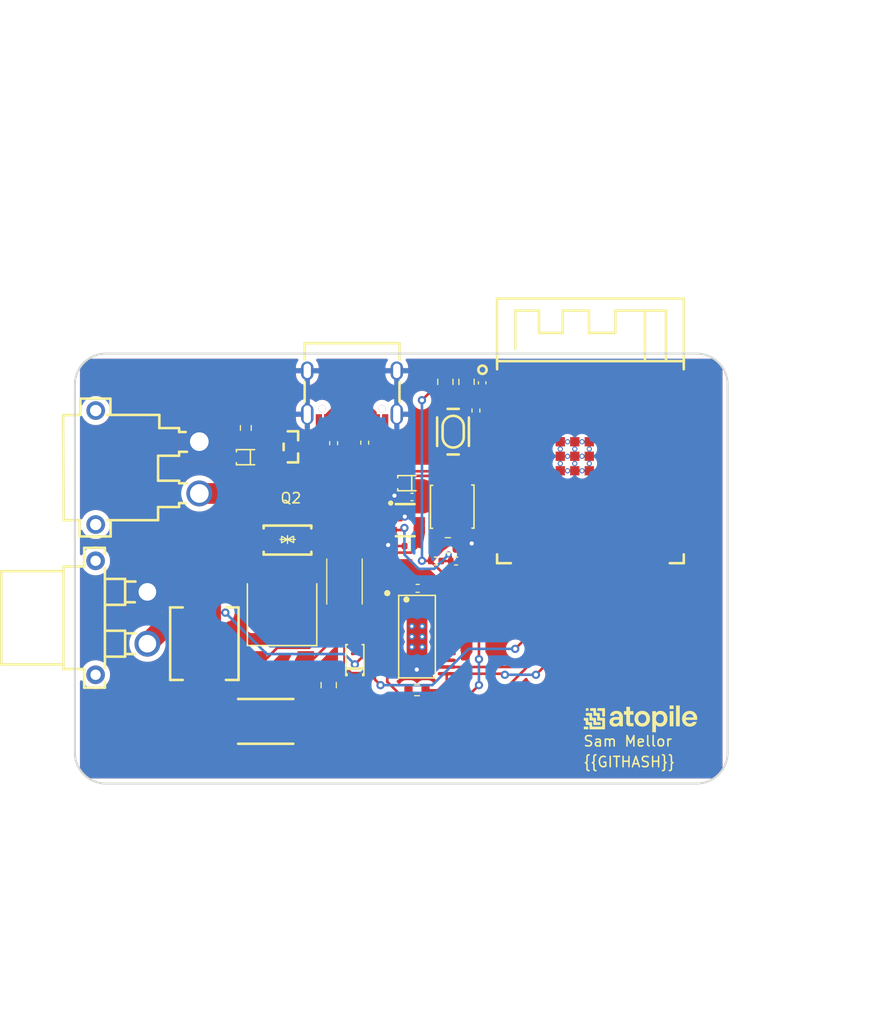
<source format=kicad_pcb>
(kicad_pcb (version 20240108) (generator "pcbnew") (generator_version "8.0")
  (layers (0 "F.Cu" signal) (31 "B.Cu" signal) (34 "B.Paste" user) (35 "F.Paste" user) (36 "B.SilkS" user "B.Silkscreen") (37 "F.SilkS" user "F.Silkscreen") (38 "B.Mask" user) (39 "F.Mask" user) (44 "Edge.Cuts" user))
  (net 0 "")
  (net 1 "sck")
  (net 2 "dp")
  (net 3 "io8")
  (net 4 "io4")
  (net 5 "io47")
  (net 6 "io2")
  (net 7 "io40")
  (net 8 "io38")
  (net 9 "rxd0")
  (net 10 "io41")
  (net 11 "io14")
  (net 12 "io0")
  (net 13 "io3")
  (net 14 "io17")
  (net 15 "txd0")
  (net 16 "dm")
  (net 17 "io21")
  (net 18 "io46")
  (net 19 "io15")
  (net 20 "cs")
  (net 21 "io7")
  (net 22 "io16")
  (net 23 "io45")
  (net 24 "io48")
  (net 25 "io36")
  (net 26 "io42")
  (net 27 "mosi")
  (net 28 "io5")
  (net 29 "io6")
  (net 30 "io35")
  (net 31 "miso")
  (net 32 "en")
  (net 33 "io1")
  (net 34 "io18")
  (net 35 "io9")
  (net 36 "io37")
  (net 37 "io39")
  (net 38 "xt30_input-gnd")
  (net 39 "cc1")
  (net 40 "xt30_input-vcc")
  (net 41 "sub1")
  (net 42 "sub2")
  (net 43 "cc2")
  (net 44 "sw1")
  (net 45 "gate1")
  (net 46 "csn1")
  (net 47 "sw")
  (net 48 "cb")
  (net 49 "out")
  (net 50 "vcc1")
  (net 51 "boot1")
  (net 52 "plating_supply-vcc")
  (net 53 "regulator-vcc")
  (net 54 "en_uv")
  (net 55 "boot2")
  (net 56 "pwm2")
  (net 57 "vcc2")
  (net 58 "csp2")
  (net 59 "ep")
  (net 60 "gate2")
  (net 61 "sw2")
  (net 62 "csn2")
  (net 63 "vled2")
  (net 64 "regulator-vcc-1")
  (net 65 "usb_conn-vcc")
  (footprint "lib:C0805" (layer "F.Cu") (at 96.801261 35.726268 90)
    (property "Reference" "C5" (hide yes))
    (property "Value" "25V 10uF X5R ±10% 0805  Multilayer Ceramic Capacitors MLCC - SMD/SMT ROHS")
  )
  (footprint "lib:R0603" (layer "F.Cu") (at 92.0225 65.5 180)
    (property "Reference" "R7" (hide yes))
    (property "Value" "100mW Thick Film Resistors 75V ±100ppm/℃ ±1% 10kΩ 0603  Chip Resistor - Surface Mount ROHS")
  )
  (footprint "lib:C0402" (layer "F.Cu") (at 98.314584 35.822368 90)
    (property "Reference" "C4" (hide yes))
    (property "Value" "16V 100nF X7R ±10% 0402  Multilayer Ceramic Capacitors MLCC - SMD/SMT ROHS")
  )
  (footprint "lib:SOD-323_L1.8-W1.3-LS2.5-RD" (layer "F.Cu") (at 75.5 43 180)
    (property "Reference" "DS3" (hide yes))
    (property "Value" "?")
  )
  (footprint "lib:WIRELM-SMD_ESP32-S3-WROOM-1" (layer "F.Cu") (at 108.75 44.08)
    (property "Reference" "U3" (hide yes))
    (property "Value" "?")
  )
  (footprint "lib:SOT-23-6_L2.9-W1.6-P0.95-LS2.8-BR" (layer "F.Cu") (at 90.88346 49.078139 180)
    (property "Reference" "U2" (hide yes))
    (property "Value" "0.6A, 42V, 1.1MHz Buck Regulator")
  )
  (footprint "lib:R2512" (layer "F.Cu") (at 85.0225 55 -90)
    (property "Reference" "R8" (hide yes))
    (property "Value" "?")
  )
  (footprint "lib:C0805" (layer "F.Cu") (at 94.758882 35.726268 90)
    (property "Reference" "C6" (hide yes))
    (property "Value" "25V 10uF X5R ±10% 0805  Multilayer Ceramic Capacitors MLCC - SMD/SMT ROHS")
  )
  (footprint "lib:KEY-SMD_4P-L4.2-W3.2-P2.20-LS4.6" (layer "F.Cu") (at 95.513843 40.53919 -90)
    (property "Reference" "U4" (hide yes))
    (property "Value" "?")
  )
  (footprint "lib:CONN-TH_XT30PW-M" (layer "F.Cu") (at 66.0125 44 -90)
    (property "Reference" "J1" (hide yes))
    (property "Value" "?")
  )
  (footprint "lib:SOD-323_L1.8-W1.3-LS2.5-RD" (layer "F.Cu") (at 91.074244 45.506236 180)
    (property "Reference" "DS1" (hide yes))
    (property "Value" "?")
  )
  (footprint "lib:SOT-23_L2.9-W1.3-P1.90-LS2.4-BR" (layer "F.Cu") (at 79.85 42 180)
    (property "Reference" "Q2")
    (property "Value" "?")
  )
  (footprint "lib:IND-SMD_L7.0-W6.6" (layer "F.Cu") (at 71.5 61 90)
    (property "Reference" "L2" (hide yes))
    (property "Value" "?")
  )
  (footprint "lib:HTSSOP-24_L7.8-W4.4-P0.65-BL-EP" (layer "F.Cu") (at 92.0225 60.32 -90)
    (property "Reference" "U5" (hide yes))
    (property "Value" "?")
  )
  (footprint "lib:C0805" (layer "F.Cu") (at 83.5 65 -90)
    (property "Reference" "C7" (hide yes))
    (property "Value" "50V 150nF X7R ±10% 0805  Multilayer Ceramic Capacitors MLCC - SMD/SMT ROHS")
  )
  (footprint "lib:C0201" (layer "F.Cu") (at 87.5225 61 -90)
    (property "Reference" "C8" (hide yes))
    (property "Value" "6.3V 3uF X5R ±20% 0201  Multilayer Ceramic Capacitors MLCC - SMD/SMT ROHS")
  )
  (footprint "lib:IND-SMD_L4.0-W4.0" (layer "F.Cu") (at 95.422052 47.773307 -90)
    (property "Reference" "L1" (hide yes))
    (property "Value" "?")
  )
  (footprint "lib:TO-252-2_L6.6-W6.1-P4.57-LS9.9-BR-CW" (layer "F.Cu") (at 79 59.8 -90)
    (property "Reference" "Q1" (hide yes))
    (property "Value" "?")
  )
  (footprint "lib:SOD-123_L2.8-W1.8-LS3.7-RD" (layer "F.Cu") (at 86.0225 62.5 90)
    (property "Reference" "D1" (hide yes))
    (property "Value" "?")
  )
  (footprint "lib:C0402" (layer "F.Cu") (at 91.301508 51.576702 180)
    (property "Reference" "C1" (hide yes))
    (property "Value" "6.3V 10uF X5R ±20% 0402  Multilayer Ceramic Capacitors MLCC - SMD/SMT ROHS")
  )
  (footprint "lib:R0402" (layer "F.Cu") (at 86.977051 41.602497 -90)
    (property "Reference" "R1" (hide yes))
    (property "Value" "62.5mW Thick Film Resistors 50V ±100ppm/℃ ±1% 4.7kΩ 0402  Chip Resistor - Surface Mount ROHS")
  )
  (footprint "lib:R0402" (layer "F.Cu") (at 97.709547 38.498186 -90)
    (property "Reference" "R5" (hide yes))
    (property "Value" "62.5mW Thick Film Resistors 50V ±100ppm/℃ ±1% 10kΩ 0402  Chip Resistor - Surface Mount ROHS")
  )
  (footprint "lib:C0805" (layer "F.Cu") (at 95 51.5)
    (property "Reference" "C2" (hide yes))
    (property "Value" "25V 10uF X5R ±10% 0805  Multilayer Ceramic Capacitors MLCC - SMD/SMT ROHS")
  )
  (footprint "lib:USB-C-SMD_KH-TYPE-C-16P" (layer "F.Cu") (at 85.75 37.08 180)
    (property "Reference" "U1" (hide yes))
    (property "Value" "?")
  )
  (footprint "lib:R0402" (layer "F.Cu") (at 92.083551 55.656761 180)
    (property "Reference" "R6" (hide yes))
    (property "Value" "62.5mW Thick Film Resistors 50V ±800ppm/℃ ±1% 0Ω 0402  Chip Resistor - Surface Mount ROHS")
  )
  (footprint "lib:TO-277B-3_L5.4-W4.1-P1.85-LS6.5-TR" (layer "F.Cu") (at 76.545 68.5 180)
    (property "Reference" "DS2" (hide yes))
    (property "Value" "?")
  )
  (footprint "lib:CONN-TH_XT30PW-F-1" (layer "F.Cu") (at 63.5 58.5 -90)
    (property "Reference" "U6" (hide yes))
    (property "Value" "?")
  )
  (footprint "lib:R0402" (layer "F.Cu") (at 93.851315 53.021733)
    (property "Reference" "R3" (hide yes))
    (property "Value" "62.5mW Thick Film Resistors 50V ±100ppm/℃ ±1% 14.3kΩ 0402  Chip Resistor - Surface Mount ROHS")
  )
  (footprint "lib:SMA_L4.4-W2.6-LS5.0-BI" (layer "F.Cu") (at 79.5225 51 180)
    (property "Reference" "DT1" (hide yes))
    (property "Value" "?")
  )
  (footprint "lib:R0603" (layer "F.Cu") (at 75.5 40.175 90)
    (property "Reference" "R9" (hide yes))
    (property "Value" "100mW Thick Film Resistors 75V ±100ppm/℃ ±1% 10kΩ 0603  Chip Resistor - Surface Mount ROHS")
  )
  (footprint "lib:R0402" (layer "F.Cu") (at 95.794721 53.021733)
    (property "Reference" "R4" (hide yes))
    (property "Value" "62.5mW Thick Film Resistors 50V ±100ppm/℃ ±1% 4.3kΩ 0402  Chip Resistor - Surface Mount ROHS")
  )
  (footprint "lib:C0402" (layer "F.Cu") (at 91.54008 46.841634)
    (property "Reference" "C3" (hide yes))
    (property "Value" "16V 100nF X7R ±10% 0402  Multilayer Ceramic Capacitors MLCC - SMD/SMT ROHS")
  )
  (footprint "lib:R0402" (layer "F.Cu") (at 83.976405 41.64957 -90)
    (property "Reference" "R2" (hide yes))
    (property "Value" "62.5mW Thick Film Resistors 50V ±100ppm/℃ ±1% 4.7kΩ 0402  Chip Resistor - Surface Mount ROHS")
  )
  (gr_poly (pts (xy 115.55424 67.481506) (xy 115.589118 67.483988) (xy 115.623268 67.488125) (xy 115.656691 67.493915) (xy 115.689385 67.501358) (xy 115.72135 67.510453) (xy 115.752584 67.521199) (xy 115.783088 67.533595) (xy 115.812859 67.54764) (xy 115.841899 67.563335) (xy 115.870204 67.580677) (xy 115.897776 67.599666) (xy 115.924613 67.620302) (xy 115.950715 67.642584) (xy 115.97608 67.66651) (xy 116.000707 67.69208) (xy 116.024209 67.718977) (xy 116.046198 67.746885) (xy 116.066673 67.775801) (xy 116.085634 67.805727) (xy 116.10308 67.836659) (xy 116.119011 67.868599) (xy 116.133427 67.901545) (xy 116.146327 67.935496) (xy 116.157711 67.970452) (xy 116.167578 68.006412) (xy 116.175929 68.043375) (xy 116.182762 68.08134) (xy 116.188077 68.120306) (xy 116.191874 68.160274) (xy 116.194152 68.201241) (xy 116.194912 68.243207) (xy 116.194152 68.28517) (xy 116.191874 68.326129) (xy 116.188077 68.366085) (xy 116.182762 68.405037) (xy 116.175929 68.442986) (xy 116.167579 68.479932) (xy 116.157711 68.515876) (xy 116.146327 68.550818) (xy 116.133428 68.584759) (xy 116.119012 68.617698) (xy 116.103081 68.649637) (xy 116.085634 68.680576) (xy 116.066674 68.710514) (xy 116.046199 68.739453) (xy 116.02421 68.767393) (xy 116.000707 68.794334) (xy 115.976079 68.819951) (xy 115.950714 68.843918) (xy 115.924613 68.866234) (xy 115.897776 68.8869) (xy 115.870204 68.905915) (xy 115.841898 68.923279) (xy 115.812859 68.938991) (xy 115.783087 68.95305) (xy 115.752584 68.965457) (xy 115.721349 68.976211) (xy 115.689385 68.985312) (xy 115.656691 68.992758) (xy 115.623268 68.998551) (xy 115.589118 69.002689) (xy 115.55424 69.005172) (xy 115.518636 69.006) (xy 115.495143 69.005662) (xy 115.472092 69.004649) (xy 115.449483 69.00296) (xy 115.427318 69.000597) (xy 115.405598 68.997559) (xy 115.384324 68.993847) (xy 115.363497 68.989462) (xy 115.343119 68.984403) (xy 115.32319 68.978672) (xy 115.303712 68.972268) (xy 115.284686 68.965192) (xy 115.266113 68.957445) (xy 115.247995 68.949026) (xy 115.230331 68.939936) (xy 115.213124 68.930176) (xy 115.196375 68.919746) (xy 115.182299 68.909626) (xy 115.168846 68.899311) (xy 115.156019 68.888803) (xy 115.143822 68.878107) (xy 115.13796 68.872689) (xy 115.132257 68.867224) (xy 115.126712 68.861714) (xy 115.121327 68.856159) (xy 115.116102 68.850559) (xy 115.111037 68.844914) (xy 115.106132 68.839225) (xy 115.101388 68.833492) (xy 115.087101 68.833492) (xy 115.087101 69.552894) (xy 114.727268 69.552894) (xy 114.727268 68.243472) (xy 115.08684 68.243472) (xy 115.087246 68.268668) (xy 115.088464 68.293156) (xy 115.090494 68.316936) (xy 115.093335 68.340008) (xy 115.096986 68.362372) (xy 115.101448 68.384027) (xy 115.106721 68.404972) (xy 115.112802 68.425208) (xy 115.119693 68.444734) (xy 115.127393 68.463549) (xy 115.135901 68.481654) (xy 115.145217 68.499047) (xy 115.155341 68.515729) (xy 115.166273 68.531699) (xy 115.178011 68.546957) (xy 115.190556 68.561501) (xy 115.203752 68.575293) (xy 115.217444 68.588192) (xy 115.231631 68.600198) (xy 115.246313 68.611313) (xy 115.261489 68.621537) (xy 115.27716 68.630869) (xy 115.293325 68.639311) (xy 115.309983 68.646862) (xy 115.327133 68.653524) (xy 115.344777 68.659296) (xy 115.362912 68.664179) (xy 115.38154 68.668174) (xy 115.400659 68.67128) (xy 115.420269 68.673498) (xy 115.440369 68.674828) (xy 115.46096 68.675272) (xy 115.481553 68.674828) (xy 115.501662 68.673498) (xy 115.521285 68.67128) (xy 115.540421 68.668174) (xy 115.559069 68.664179) (xy 115.577227 68.659296) (xy 115.594894 68.653524) (xy 115.612069 68.646862) (xy 115.628752 68.639311) (xy 115.64494 68.630869) (xy 115.660633 68.621537) (xy 115.67583 68.611313) (xy 115.690529 68.600198) (xy 115.704729 68.588192) (xy 115.718429 68.575293) (xy 115.731628 68.561501) (xy 115.74417 68.546957) (xy 115.7559 68.531699) (xy 115.766818 68.515729) (xy 115.776925 68.499047) (xy 115.786222 68.481654) (xy 115.794708 68.463549) (xy 115.802384 68.444734) (xy 115.80925 68.425208) (xy 115.815307 68.404972) (xy 115.820555 68.384027) (xy 115.824995 68.362372) (xy 115.828626 68.340008) (xy 115.83145 68.316936) (xy 115.833467 68.293156) (xy 115.834676 68.268668) (xy 115.835079 68.243472) (xy 115.834673 68.21828) (xy 115.833456 68.1938) (xy 115.831427 68.170032) (xy 115.828589 68.146974) (xy 115.824941 68.124626) (xy 115.820485 68.102988) (xy 115.815221 68.082058) (xy 115.80915 68.061836) (xy 115.802273 68.042321) (xy 115.794591 68.023512) (xy 115.786104 68.005408) (xy 115.776813 67.988009) (xy 115.76672 67.971314) (xy 115.755824 67.955322) (xy 115.744126 67.940032) (xy 115.731628 67.925443) (xy 115.718432 67.911696) (xy 115.70474 67.898829) (xy 115.690552 67.886845) (xy 115.675867 67.875743) (xy 115.660687 67.865525) (xy 115.64501 67.856192) (xy 115.628838 67.847744) (xy 115.612169 67.840182) (xy 115.595004 67.833506) (xy 115.577343 67.827719) (xy 115.559186 67.822819) (xy 115.540533 67.818809) (xy 115.521384 67.815688) (xy 115.501739 67.813458) (xy 115.481597 67.812119) (xy 115.46096 67.811673) (xy 115.440325 67.812117) (xy 115.420192 67.813447) (xy 115.40056 67.815665) (xy 115.381428 67.818771) (xy 115.362795 67.822766) (xy 115.34466 67.827649) (xy 115.327023 67.833421) (xy 115.309883 67.840083) (xy 115.293239 67.847634) (xy 115.27709 67.856076) (xy 115.261436 67.865408) (xy 115.246276 67.875632) (xy 115.231608 67.886746) (xy 115.217433 67.898753) (xy 115.203749 67.911652) (xy 115.190556 67.925443) (xy 115.178011 67.940032) (xy 115.166273 67.955322) (xy 115.155341 67.971314) (xy 115.145217 67.988009) (xy 115.135901 68.005408) (xy 115.127393 68.023512) (xy 115.119693 68.042321) (xy 115.112802 68.061836) (xy 115.106721 68.082058) (xy 115.101448 68.102988) (xy 115.096986 68.124626) (xy 115.093335 68.146974) (xy 115.090494 68.170032) (xy 115.088464 68.1938) (xy 115.087246 68.21828) (xy 115.08684 68.243472) (xy 114.727268 68.243472) (xy 114.727268 67.509518) (xy 115.087101 67.509518) (xy 115.087101 67.667739) (xy 115.101388 67.667739) (xy 115.106482 67.661333) (xy 115.111743 67.655014) (xy 115.117168 67.648782) (xy 115.122758 67.642637) (xy 115.12851 67.636578) (xy 115.134424 67.630607) (xy 115.140498 67.624722) (xy 115.146731 67.618924) (xy 115.153123 67.613212) (xy 115.159672 67.607588) (xy 115.166376 67.60205) (xy 115.173235 67.596599) (xy 115.180248 67.591235) (xy 115.187413 67.585958) (xy 115.194729 67.580767) (xy 115.202195 67.575664) (xy 115.220315 67.564176) (xy 115.238657 67.553427) (xy 115.257222 67.543416) (xy 115.276009 67.534145) (xy 115.295018 67.525613) (xy 115.314248 67.51782) (xy 115.333699 67.510769) (xy 115.353371 67.504457) (xy 115.373262 67.498887) (xy 115.393374 67.494058) (xy 115.413705 67.489972) (xy 115.434255 67.486627) (xy 115.455023 67.484025) (xy 115.47601 67.482166) (xy 115.497214 67.48105) (xy 115.518636 67.480678)) (stroke (width -0.000001)) (fill solid) (layer "F.SilkS"))
  (gr_poly (pts (xy 111.308092 67.480779) (xy 111.341424 67.482668) (xy 111.373927 67.485815) (xy 111.405601 67.490221) (xy 111.436448 67.495886) (xy 111.466467 67.502809) (xy 111.49566 67.510992) (xy 111.524027 67.520433) (xy 111.55157 67.531133) (xy 111.578289 67.543092) (xy 111.604184 67.55631) (xy 111.629257 67.570787) (xy 111.653509 67.586522) (xy 111.676939 67.603516) (xy 111.699549 67.621769) (xy 111.72134 67.641281) (xy 111.742055 67.661727) (xy 111.761436 67.68278) (xy 111.779484 67.70444) (xy 111.796196 67.726709) (xy 111.811574 67.749585) (xy 111.825617 67.773069) (xy 111.838324 67.79716) (xy 111.849695 67.821859) (xy 111.85973 67.847166) (xy 111.868428 67.873081) (xy 111.875789 67.899603) (xy 111.881813 67.926733) (xy 111.886498 67.954471) (xy 111.889846 67.982817) (xy 111.891854 68.01177) (xy 111.892524 68.041331) (xy 111.892524 68.976634) (xy 111.56153 68.976634) (xy 111.561529 68.977162) (xy 111.561529 68.833228) (xy 111.547242 68.833228) (xy 111.542477 68.838961) (xy 111.537506 68.84465) (xy 111.532332 68.850295) (xy 111.526952 68.855896) (xy 111.521368 68.861451) (xy 111.515579 68.866961) (xy 111.509586 68.872425) (xy 111.503388 68.877844) (xy 111.496985 68.883215) (xy 111.490377 68.88854) (xy 111.483566 68.893818) (xy 111.476549 68.899047) (xy 111.469328 68.904229) (xy 111.461902 68.909363) (xy 111.454271 68.914447) (xy 111.446436 68.919483) (xy 111.429014 68.929956) (xy 111.411276 68.939749) (xy 111.393221 68.948861) (xy 111.37485 68.957293) (xy 111.356163 68.965046) (xy 111.33716 68.972121) (xy 111.31784 68.978519) (xy 111.298204 68.984239) (xy 111.278252 68.989284) (xy 111.257983 68.993654) (xy 111.237398 68.997349) (xy 111.216497 69.000371) (xy 111.19528 69.002719) (xy 111.173747 69.004396) (xy 111.151897 69.005402) (xy 111.129731 69.005737) (xy 111.099894 69.005231) (xy 111.070808 69.003715) (xy 111.042472 69.001186) (xy 111.014889 68.997646) (xy 110.988057 68.993094) (xy 110.961978 68.987529) (xy 110.936651 68.98095) (xy 110.912077 68.973358) (xy 110.888257 68.964753) (xy 110.865191 68.955133) (xy 110.842879 68.944498) (xy 110.821321 68.932848) (xy 110.800519 68.920183) (xy 110.780471 68.906502) (xy 110.76118 68.891805) (xy 110.742645 68.876091) (xy 110.725055 68.859692) (xy 110.7086 68.842841) (xy 110.69328 68.825538) (xy 110.679095 68.807783) (xy 110.666045 68.789577) (xy 110.654129 68.770921) (xy 110.643349 68.751814) (xy 110.633703 68.732257) (xy 110.625192 68.712251) (xy 110.617815 68.691795) (xy 110.611574 68.670891) (xy 110.606467 68.649538) (xy 110.602495 68.627737) (xy 110.599658 68.605488) (xy 110.597956 68.582792) (xy 110.597389 68.55965) (xy 110.597996 68.531934) (xy 110.598054 68.531075) (xy 110.95722 68.531075) (xy 110.957455 68.541747) (xy 110.958162 68.552134) (xy 110.959341 68.562237) (xy 110.96099 68.572056) (xy 110.963111 68.581591) (xy 110.965703 68.590843) (xy 110.968766 68.599812) (xy 110.972301 68.608498) (xy 110.976307 68.616902) (xy 110.980784 68.625025) (xy 110.985733 68.632866) (xy 110.991153 68.640426) (xy 110.997044 68.647705) (xy 111.003406 68.654705) (xy 111.01024 68.661424) (xy 111.017545 68.667864) (xy 111.025278 68.673966) (xy 111.033396 68.679672) (xy 111.041898 68.684981) (xy 111.050784 68.689895) (xy 111.060055 68.694413) (xy 111.06971 68.698537) (xy 111.07975 68.702266) (xy 111.090174 68.7056) (xy 111.100982 68.708541) (xy 111.112175 68.711089) (xy 111.123753 68.713244) (xy 111.135715 68.715006) (xy 111.148061 68.716375) (xy 111.160792 68.717353) (xy 111.173908 68.71794) (xy 111.187408 68.718135) (xy 111.207611 68.717794) (xy 111.227244 68.71677) (xy 111.246307 68.715062) (xy 111.264798 68.71267) (xy 111.28272 68.709592) (xy 111.300071 68.705829) (xy 111.316851 68.701379) (xy 111.333061 68.696241) (xy 111.348701 68.690415) (xy 111.363769 68.683899) (xy 111.378268 68.676694) (xy 111.392196 68.668798) (xy 111.405553 68.660211) (xy 111.41834 68.650932) (xy 111.430556 68.64096) (xy 111.442202 68.630293) (xy 111.453163 68.619066) (xy 111.463422 68.607311) (xy 111.472978 68.595029) (xy 111.481832 68.582218) (xy 111.489982 68.568878) (xy 111.497427 68.555009) (xy 111.504166 68.540611) (xy 111.5102 68.525684) (xy 111.515527 68.510225) (xy 111.520146 68.494237) (xy 111.524056 68.477717) (xy 111.527257 68.460666) (xy 111.529748 68.443083) (xy 111.531529 68.424969) (xy 111.532597 68.406321) (xy 111.532954 68.387141) (xy 111.532688 68.387141) (xy 111.532688 68.344014) (xy 111.230535 68.344014) (xy 111.197424 68.344746) (xy 111.166452 68.346941) (xy 111.137618 68.350598) (xy 111.110923 68.355718) (xy 111.086365 68.362299) (xy 111.063945 68.370343) (xy 111.053536 68.374912) (xy 111.043662 68.379847) (xy 111.034322 68.385147) (xy 111.025516 68.390812) (xy 111.017244 68.396842) (xy 111.009506 68.403238) (xy 111.002302 68.409998) (xy 110.995632 68.417123) (xy 110.989495 68.424613) (xy 110.983893 68.432468) (xy 110.978824 68.440688) (xy 110.97429 68.449273) (xy 110.970288 68.458222) (xy 110.966821 68.467536) (xy 110.963887 68.477214) (xy 110.961487 68.487258) (xy 110.95962 68.497665) (xy 110.958286 68.508437) (xy 110.957486 68.519574) (xy 110.95722 68.531075) (xy 110.598054 68.531075) (xy 110.599819 68.504942) (xy 110.602856 68.478674) (xy 110.607108 68.45313) (xy 110.612573 68.428308) (xy 110.619252 68.404208) (xy 110.627144 68.380829) (xy 110.636249 68.35817) (xy 110.646566 68.33623) (xy 110.658095 68.315009) (xy 110.670836 68.294505) (xy 110.684788 68.274719) (xy 110.69995 68.255648) (xy 110.716323 68.237293) (xy 110.733906 68.219653) (xy 110.752699 68.202727) (xy 110.772682 68.186722) (xy 110.793739 68.171746) (xy 110.815871 68.157801) (xy 110.839077 68.144887) (xy 110.86336 68.133003) (xy 110.888719 68.122151) (xy 110.915155 68.11233) (xy 110.94267 68.103542) (xy 110.971264 68.095785) (xy 111.000937 68.089062) (xy 111.031691 68.083372) (xy 111.063527 68.078716) (xy 111.096444 68.075094) (xy 111.130444 68.072506) (xy 111.165528 68.070953) (xy 111.201696 68.070435) (xy 111.53269 68.070435) (xy 111.53269 68.041596) (xy 111.532414 68.02631) (xy 111.531586 68.011409) (xy 111.530208 67.99689) (xy 111.528279 67.982755) (xy 111.525799 67.969003) (xy 111.52277 67.955634) (xy 111.519191 67.942647) (xy 111.515062 67.930041) (xy 111.510385 67.917817) (xy 111.50516 67.905974) (xy 111.499386 67.894511) (xy 111.493065 67.883429) (xy 111.486197 67.872726) (xy 111.478781 67.862403) (xy 111.47082 67.852459) (xy 111.462312 67.842893) (xy 111.453298 67.833855) (xy 111.443918 67.825395) (xy 111.434172 67.817513) (xy 111.424058 67.810209) (xy 111.413578 67.803486) (xy 111.402729 67.797343) (xy 111.391512 67.791782) (xy 111.379927 67.786802) (xy 111.367972 67.782406) (xy 111.355649 67.778593) (xy 111.342955 67.775365) (xy 111.329892 67.772722) (xy 111.316458 67.770664) (xy 111.302652 67.769194) (xy 111.288476 67.768311) (xy 111.273928 67.768017) (xy 111.259452 67.768243) (xy 111.245481 67.768922) (xy 111.231999 67.770052) (xy 111.218991 67.771634) (xy 111.206439 67.773667) (xy 111.194329 67.776151) (xy 111.182645 67.779086) (xy 111.17137 67.78247) (xy 111.160489 67.786304) (xy 111.149986 67.790587) (xy 111.139844 67.795318) (xy 111.130049 67.800499) (xy 111.120584 67.806127) (xy 111.111434 67.812203) (xy 111.102581 67.818726) (xy 111.094012 67.825696) (xy 111.085795 67.832945) (xy 111.078014 67.840306) (xy 111.070666 67.847778) (xy 111.063755 67.855363) (xy 111.057278 67.863058) (xy 111.051238 67.870865) (xy 111.045634 67.878784) (xy 111.040467 67.886815) (xy 111.035738 67.894957) (xy 111.031445 67.903211) (xy 111.027591 67.911576) (xy 111.024175 67.920053) (xy 111.021198 67.928642) (xy 111.01866 67.937342) (xy 111.016561 67.946154) (xy 111.014903 67.955078) (xy 110.65507 67.955078) (xy 110.658812 67.930506) (xy 110.66359 67.906399) (xy 110.669404 67.88276) (xy 110.676253 67.859588) (xy 110.684138 67.836884) (xy 110.693058 67.814649) (xy 110.703014 67.792884) (xy 110.714005 67.771589) (xy 110.726033 67.750766) (xy 110.739095 67.730414) (xy 110.753194 67.710536) (xy 110.768328 67.691131) (xy 110.784497 67.6722) (xy 110.801703 67.653745) (xy 110.819944 67.635765) (xy 110.839221 67.618263) (xy 110.859474 67.601538) (xy 110.880645 67.585892) (xy 110.902736 67.571326) (xy 110.925747 67.557838) (xy 110.949679 67.54543) (xy 110.974533 67.5341) (xy 111.000309 67.52385) (xy 111.027008 67.514678) (xy 111.054631 67.506586) (xy 111.083179 67.499572) (xy 111.112653 67.493637) (xy 111.143053 67.488782) (xy 111.174379 67.485005) (xy 111.206634 67.482308) (xy 111.239817 67.480689) (xy 111.27393 67.48015)) (stroke (width -0.000001)) (fill solid) (layer "F.SilkS"))
  (gr_poly (pts (xy 112.583349 67.509519) (xy 112.914344 67.509519) (xy 112.914344 67.8548) (xy 112.583349 67.8548) (xy 112.583349 68.559914) (xy 112.583447 68.566116) (xy 112.583743 68.572121) (xy 112.584235 68.577929) (xy 112.584924 68.58354) (xy 112.58581 68.588955) (xy 112.586893 68.594172) (xy 112.588173 68.599193) (xy 112.589649 68.604017) (xy 112.591323 68.608643) (xy 112.593194 68.613073) (xy 112.595261 68.617307) (xy 112.597525 68.621343) (xy 112.599986 68.625182) (xy 112.602644 68.628824) (xy 112.605499 68.63227) (xy 112.608551 68.635519) (xy 112.6118 68.63857) (xy 112.615245 68.641425) (xy 112.618888 68.644083) (xy 112.622727 68.646544) (xy 112.626763 68.648809) (xy 112.630996 68.650876) (xy 112.635426 68.652746) (xy 112.640053 68.65442) (xy 112.644877 68.655896) (xy 112.649898 68.657176) (xy 112.655115 68.658259) (xy 112.66053 68.659145) (xy 112.666141 68.659834) (xy 112.671949 68.660326) (xy 112.677954 68.660622) (xy 112.684156 68.66072) (xy 112.914344 68.66072) (xy 112.914344 68.977162) (xy 112.597901 68.977162) (xy 112.575561 68.976808) (xy 112.553885 68.975747) (xy 112.532872 68.973979) (xy 112.512523 68.971502) (xy 112.492838 68.968317) (xy 112.473815 68.964423) (xy 112.455457 68.959819) (xy 112.437762 68.954507) (xy 112.42073 68.948484) (xy 112.404362 68.94175) (xy 112.388658 68.934306) (xy 112.373617 68.926151) (xy 112.35924 68.917284) (xy 112.345526 68.907705) (xy 112.332476 68.897414) (xy 112.320089 68.88641) (xy 112.308412 68.874811) (xy 112.297491 68.862634) (xy 112.287326 68.849882) (xy 112.277917 68.836552) (xy 112.269262 68.822646) (xy 112.261362 68.808163) (xy 112.254216 68.793104) (xy 112.247824 68.777467) (xy 112.242186 68.761255) (xy 112.2373 68.744465) (xy 112.233167 68.727098) (xy 112.229787 68.709155) (xy 112.227158 68.690636) (xy 112.225281 68.671539) (xy 112.224155 68.651866) (xy 112.22378 68.631616) (xy 112.223715 68.631682) (xy 112.223649 68.631748) (xy 112.223516 68.63188) (xy 112.223516 67.8548) (xy 111.99333 67.8548) (xy 111.99333 67.509519) (xy 112.223516 67.509519) (xy 112.223516 67.092271) (xy 112.583349 67.092271)) (stroke (width -0.000001)) (fill solid) (layer "F.SilkS"))
  (gr_poly (pts (xy 113.803624 67.48178) (xy 113.842964 67.484291) (xy 113.881413 67.488477) (xy 113.918969 67.494337) (xy 113.955634 67.501872) (xy 113.991409 67.51108) (xy 114.026292 67.521963) (xy 114.060286 67.534521) (xy 114.093389 67.548753) (xy 114.125603 67.564659) (xy 114.156928 67.582239) (xy 114.187365 67.601493) (xy 114.216913 67.622422) (xy 114.245572 67.645025) (xy 114.273345 67.669303) (xy 114.30023 67.695255) (xy 114.325844 67.722512) (xy 114.349802 67.750705) (xy 114.372106 67.779834) (xy 114.392755 67.809898) (xy 114.41175 67.840897) (xy 114.429092 67.87283) (xy 114.444779 67.905697) (xy 114.458814 67.939498) (xy 114.471196 67.974233) (xy 114.481926 68.0099) (xy 114.491004 68.0465) (xy 114.498431 68.084031) (xy 114.504207 68.122495) (xy 114.508332 68.16189) (xy 114.510806 68.202215) (xy 114.511631 68.243472) (xy 114.510803 68.284728) (xy 114.508321 68.325054) (xy 114.504184 68.364449) (xy 114.498394 68.402912) (xy 114.490951 68.440444) (xy 114.481856 68.477043) (xy 114.471111 68.512711) (xy 114.458715 68.547445) (xy 114.444669 68.581246) (xy 114.428975 68.614113) (xy 114.411633 68.646047) (xy 114.392643 68.677046) (xy 114.372008 68.70711) (xy 114.349726 68.736238) (xy 114.3258 68.764432) (xy 114.30023 68.791689) (xy 114.273344 68.81764) (xy 114.245572 68.841918) (xy 114.216912 68.864521) (xy 114.187364 68.88545) (xy 114.156928 68.904705) (xy 114.125603 68.922285) (xy 114.093389 68.938191) (xy 114.060285 68.952422) (xy 114.026292 68.96498) (xy 113.991408 68.975863) (xy 113.955634 68.985072) (xy 113.918969 68.992606) (xy 113.881412 68.998466) (xy 113.842964 69.002652) (xy 113.803624 69.005163) (xy 113.76339 69.006001) (xy 113.723157 69.005163) (xy 113.683817 69.002652) (xy 113.645368 68.998466) (xy 113.607812 68.992606) (xy 113.571146 68.985072) (xy 113.535372 68.975863) (xy 113.500488 68.96498) (xy 113.466495 68.952422) (xy 113.433391 68.938191) (xy 113.401177 68.922285) (xy 113.369852 68.904705) (xy 113.339416 68.88545) (xy 113.309868 68.864521) (xy 113.281208 68.841918) (xy 113.253436 68.81764) (xy 113.226551 68.791689) (xy 113.200937 68.764432) (xy 113.176978 68.736238) (xy 113.154675 68.70711) (xy 113.134026 68.677046) (xy 113.115031 68.646047) (xy 113.097689 68.614113) (xy 113.082002 68.581246) (xy 113.067967 68.547445) (xy 113.055585 68.512711) (xy 113.044855 68.477043) (xy 113.035777 68.440444) (xy 113.02835 68.402912) (xy 113.022574 68.364449) (xy 113.018449 68.325054) (xy 113.015975 68.284728) (xy 113.01515 68.243472) (xy 113.374719 68.243472) (xy 113.375156 68.266962) (xy 113.376468 68.289907) (xy 113.378655 68.312308) (xy 113.381718 68.334166) (xy 113.385656 68.355481) (xy 113.390471 68.376255) (xy 113.396163 68.396487) (xy 113.402731 68.416179) (xy 113.410178 68.435331) (xy 113.418502 68.453945) (xy 113.427704 68.472021) (xy 113.437785 68.489559) (xy 113.448745 68.506561) (xy 113.460584 68.523028) (xy 113.473303 68.53896) (xy 113.486903 68.554357) (xy 113.501144 68.569014) (xy 113.515788 68.582722) (xy 113.530835 68.595482) (xy 113.546285 68.607294) (xy 113.562138 68.61816) (xy 113.578394 68.628078) (xy 113.595054 68.63705) (xy 113.612116 68.645076) (xy 113.629582 68.652156) (xy 113.64745 68.658291) (xy 113.665722 68.663481) (xy 113.684397 68.667727) (xy 113.703475 68.671028) (xy 113.722956 68.673386) (xy 113.742841 68.6748) (xy 113.763128 68.675272) (xy 113.783415 68.6748) (xy 113.803299 68.673386) (xy 113.82278 68.671028) (xy 113.841858 68.667727) (xy 113.860533 68.663482) (xy 113.878804 68.658292) (xy 113.896673 68.652157) (xy 113.914139 68.645076) (xy 113.931201 68.637051) (xy 113.94786 68.628079) (xy 113.964117 68.61816) (xy 113.97997 68.607295) (xy 113.99542 68.595482) (xy 114.010467 68.582722) (xy 114.025111 68.569014) (xy 114.039352 68.554357) (xy 114.052951 68.53896) (xy 114.06567 68.523028) (xy 114.07751 68.506561) (xy 114.08847 68.489559) (xy 114.098551 68.472021) (xy 114.107753 68.453945) (xy 114.116077 68.435331) (xy 114.123523 68.416179) (xy 114.130092 68.396487) (xy 114.135783 68.376255) (xy 114.140598 68.355481) (xy 114.144537 68.334166) (xy 114.1476 68.312308) (xy 114.149787 68.289907) (xy 114.151099 68.266962) (xy 114.151536 68.243472) (xy 114.151099 68.219981) (xy 114.149787 68.197036) (xy 114.1476 68.174635) (xy 114.144537 68.152777) (xy 114.140598 68.131462) (xy 114.135783 68.110689) (xy 114.130092 68.090457) (xy 114.123523 68.070765) (xy 114.116077 68.051612) (xy 114.107753 68.032998) (xy 114.098551 68.014923) (xy 114.08847 67.997384) (xy 114.07751 67.980382) (xy 114.06567 67.963915) (xy 114.052951 67.947984) (xy 114.039352 67.932586) (xy 114.025111 67.91793) (xy 114.010467 67.904221) (xy 113.99542 67.891461) (xy 113.97997 67.879649) (xy 113.964117 67.868784) (xy 113.94786 67.858865) (xy 113.931201 67.849893) (xy 113.914139 67.841867) (xy 113.896673 67.834787) (xy 113.878804 67.828652) (xy 113.860533 67.823462) (xy 113.841858 67.819216) (xy 113.82278 67.815915) (xy 113.803299 67.813557) (xy 113.783415 67.812143) (xy 113.763128 67.811672) (xy 113.742841 67.812143) (xy 113.722956 67.813557) (xy 113.703475 67.815915) (xy 113.684397 67.819216) (xy 113.665722 67.823462) (xy 113.64745 67.828652) (xy 113.629582 67.834787) (xy 113.612116 67.841867) (xy 113.595054 67.849893) (xy 113.578394 67.858865) (xy 113.562138 67.868783) (xy 113.546285 67.879649) (xy 113.530835 67.891461) (xy 113.515788 67.904221) (xy 113.501144 67.917929) (xy 113.486903 67.932586) (xy 113.473303 67.947984) (xy 113.460584 67.963915) (xy 113.448745 67.980382) (xy 113.437785 67.997384) (xy 113.427704 68.014923) (xy 113.418502 68.032998) (xy 113.410178 68.051612) (xy 113.402731 68.070765) (xy 113.396163 68.090457) (xy 113.390471 68.110689) (xy 113.385656 68.131462) (xy 113.381718 68.152777) (xy 113.378655 68.174635) (xy 113.376468 68.197036) (xy 113.375156 68.219981) (xy 113.374719 68.243472) (xy 113.01515 68.243472) (xy 113.015975 68.202215) (xy 113.018449 68.16189) (xy 113.022574 68.122495) (xy 113.02835 68.084031) (xy 113.035777 68.0465) (xy 113.044855 68.0099) (xy 113.055585 67.974233) (xy 113.067967 67.939498) (xy 113.082002 67.905697) (xy 113.097689 67.87283) (xy 113.115031 67.840897) (xy 113.134026 67.809898) (xy 113.154675 67.779834) (xy 113.176978 67.750705) (xy 113.200937 67.722512) (xy 113.226551 67.695255) (xy 113.253436 67.669303) (xy 113.281209 67.645025) (xy 113.309869 67.622422) (xy 113.339417 67.601493) (xy 113.369853 67.582239) (xy 113.401178 67.564659) (xy 113.433392 67.548753) (xy 113.466496 67.534521) (xy 113.500489 67.521963) (xy 113.535373 67.51108) (xy 113.571147 67.501872) (xy 113.607812 67.494337) (xy 113.645369 67.488477) (xy 113.683817 67.484291) (xy 113.723157 67.48178) (xy 113.76339 67.480943)) (stroke (width -0.000001)) (fill solid) (layer "F.SilkS"))
  (gr_poly (pts (xy 116.770646 68.977162) (xy 116.410813 68.977162) (xy 116.410813 67.509518) (xy 116.770646 67.509518)) (stroke (width -0.000001)) (fill solid) (layer "F.SilkS"))
  (gr_poly (pts (xy 118.651569 68.545626) (xy 118.65104 68.545626) (xy 118.651569 68.545625)) (stroke (width -0.000001)) (fill solid) (layer "F.SilkS"))
  (gr_poly (pts (xy 116.784933 67.307905) (xy 116.396525 67.307905) (xy 116.396525 66.962624) (xy 116.784933 66.962624)) (stroke (width -0.000001)) (fill solid) (layer "F.SilkS"))
  (gr_poly (pts (xy 118.386274 67.48177) (xy 118.422938 67.484253) (xy 118.458875 67.48839) (xy 118.494086 67.49418) (xy 118.52857 67.501623) (xy 118.562326 67.510718) (xy 118.595355 67.521463) (xy 118.627655 67.533859) (xy 118.659227 67.547905) (xy 118.690069 67.563599) (xy 118.720183 67.580941) (xy 118.749566 67.59993) (xy 118.778219 67.620566) (xy 118.806142 67.642848) (xy 118.833334 67.666774) (xy 118.859794 67.692344) (xy 118.885073 67.719173) (xy 118.908721 67.746778) (xy 118.930739 67.775157) (xy 118.951125 67.804312) (xy 118.96988 67.834242) (xy 118.987005 67.864947) (xy 119.002499 67.896428) (xy 119.016362 67.928683) (xy 119.028593 67.961714) (xy 119.039194 67.995519) (xy 119.048164 68.0301) (xy 119.055504 68.065456) (xy 119.061212 68.101587) (xy 119.065289 68.138493) (xy 119.067736 68.176175) (xy 119.068551 68.214631) (xy 119.068415 68.221898) (xy 119.068005 68.2308) (xy 119.067323 68.241332) (xy 119.066368 68.253492) (xy 119.065141 68.267277) (xy 119.06364 68.282683) (xy 119.05982 68.318348) (xy 119.053999 68.358565) (xy 117.960476 68.358565) (xy 117.963679 68.377773) (xy 117.967533 68.396504) (xy 117.97204 68.414759) (xy 117.977199 68.432537) (xy 117.98301 68.449839) (xy 117.989474 68.466665) (xy 117.996592 68.483017) (xy 118.004364 68.498893) (xy 118.01279 68.514296) (xy 118.02187 68.529224) (xy 118.031606 68.543678) (xy 118.041997 68.55766) (xy 118.053044 68.571168) (xy 118.064747 68.584204) (xy 118.077106 68.596768) (xy 118.090122 68.60886) (xy 118.103597 68.620348) (xy 118.117433 68.631097) (xy 118.131628 68.641108) (xy 118.146185 68.650379) (xy 118.161102 68.658911) (xy 118.176382 68.666703) (xy 118.192023 68.673755) (xy 118.208027 68.680066) (xy 118.224394 68.685636) (xy 118.241123 68.690465) (xy 118.258216 68.694552) (xy 118.275674 68.697897) (xy 118.293495 68.700499) (xy 118.311681 68.702358) (xy 118.330233 68.703473) (xy 118.349149 68.703845) (xy 118.363403 68.70365) (xy 118.377389 68.703063) (xy 118.391108 68.702086) (xy 118.404559 68.700716) (xy 118.417742 68.698954) (xy 118.430656 68.696799) (xy 118.443301 68.694252) (xy 118.455677 68.691311) (xy 118.467783 68.687976) (xy 118.479619 68.684247) (xy 118.491185 68.680124) (xy 118.502479 68.675606) (xy 118.513503 68.670692) (xy 118.524254 68.665383) (xy 118.534734 68.659677) (xy 118.544941 68.653575) (xy 118.554798 68.647247) (xy 118.564227 68.640863) (xy 118.57323 68.634423) (xy 118.581805 68.627927) (xy 118.589954 68.621376) (xy 118.597678 68.614768) (xy 118.604975 68.608105) (xy 118.611848 68.601386) (xy 118.618296 68.594611) (xy 118.624319 68.587781) (xy 118.629919 68.580894) (xy 118.635094 68.573952) (xy 118.639847 68.566954) (xy 118.644177 68.5599) (xy 118.648084 68.552791) (xy 118.651569 68.545626) (xy 119.025161 68.545626) (xy 119.023267 68.552522) (xy 119.021156 68.559517) (xy 119.018828 68.566611) (xy 119.016285 68.573804) (xy 119.013526 68.581097) (xy 119.010553 68.588489) (xy 119.007364 68.59598) (xy 119.003961 68.60357) (xy 118.996514 68.619048) (xy 118.988214 68.634923) (xy 118.979064 68.651195) (xy 118.969068 68.667864) (xy 118.958105 68.684966) (xy 118.946054 68.702536) (xy 118.932918 68.720572) (xy 118.918699 68.73907) (xy 118.903401 68.758026) (xy 118.887028 68.777438) (xy 118.869581 68.797303) (xy 118.851064 68.817618) (xy 118.841319 68.827772) (xy 118.831134 68.837698) (xy 118.820508 68.847395) (xy 118.809442 68.856863) (xy 118.797936 68.866104) (xy 118.785989 68.875117) (xy 118.773602 68.883903) (xy 118.760775 68.892462) (xy 118.747508 68.900795) (xy 118.7338 68.908901) (xy 118.719652 68.916783) (xy 118.705064 68.924439) (xy 118.690035 68.93187) (xy 118.674566 68.939077) (xy 118.658657 68.94606) (xy 118.642307 68.952819) (xy 118.625629 68.959259) (xy 118.608733 68.965284) (xy 118.591618 68.970893) (xy 118.574284 68.976086) (xy 118.55673 68.980864) (xy 118.538955 68.985227) (xy 118.520958 68.989174) (xy 118.502739 68.992705) (xy 118.484297 68.995821) (xy 118.46563 68.998522) (xy 118.446739 69.000807) (xy 118.427622 69.002677) (xy 118.408279 69.004131) (xy 118.388709 69.00517) (xy 118.368911 69.005793) (xy 118.348884 69.006001) (xy 118.308651 69.005163) (xy 118.26931 69.002652) (xy 118.230861 68.998466) (xy 118.193305 68.992606) (xy 118.156639 68.985072) (xy 118.120865 68.975863) (xy 118.085981 68.96498) (xy 118.051988 68.952422) (xy 118.018884 68.938191) (xy 117.98667 68.922285) (xy 117.955346 68.904705) (xy 117.92491 68.88545) (xy 117.895362 68.864521) (xy 117.866702 68.841918) (xy 117.83893 68.81764) (xy 117.812045 68.791689) (xy 117.786431 68.764432) (xy 117.762472 68.736238) (xy 117.740168 68.70711) (xy 117.719519 68.677046) (xy 117.700524 68.646047) (xy 117.683183 68.614113) (xy 117.667495 68.581246) (xy 117.65346 68.547445) (xy 117.641078 68.512711) (xy 117.630348 68.477043) (xy 117.62127 68.440444) (xy 117.613843 68.402912) (xy 117.608068 68.364449) (xy 117.603943 68.325054) (xy 117.601468 68.284728) (xy 117.600643 68.243472) (xy 117.601468 68.202215) (xy 117.603943 68.16189) (xy 117.608068 68.122495) (xy 117.609369 68.113825) (xy 117.960212 68.113825) (xy 117.960212 68.113826) (xy 118.708456 68.113826) (xy 118.704964 68.095684) (xy 118.70094 68.077971) (xy 118.696385 68.060685) (xy 118.691298 68.043827) (xy 118.685682 68.027397) (xy 118.679536 68.011395) (xy 118.672861 67.995821) (xy 118.665658 67.980674) (xy 118.657929 67.965956) (xy 118.649673 67.951665) (xy 118.640891 67.937803) (xy 118.631585 67.924368) (xy 118.621755 67.911361) (xy 118.611401 67.898782) (xy 118.600525 67.88663) (xy 118.589127 67.874907) (xy 118.577215 67.863757) (xy 118.564893 67.853327) (xy 118.552159 67.843616) (xy 118.539014 67.834624) (xy 118.525457 67.826352) (xy 118.511486 67.818799) (xy 118.497101 67.811965) (xy 118.482302 67.805851) (xy 118.467087 67.800456) (xy 118.451456 67.79578) (xy 118.435408 67.791824) (xy 118.418942 67.788586) (xy 118.402058 67.786069) (xy 118.384754 67.78427) (xy 118.36703 67.783191) (xy 118.348885 67.782832) (xy 118.329659 67.783185) (xy 118.310873 67.784246) (xy 118.292527 67.786015) (xy 118.274621 67.788491) (xy 118.257155 67.791677) (xy 118.24013 67.795571) (xy 118.223545 67.800174) (xy 118.2074 67.805487) (xy 118.191696 67.81151) (xy 118.176431 67.818243) (xy 118.161607 67.825687) (xy 118.147223 67.833843) (xy 118.13328 67.84271) (xy 118.119777 67.852289) (xy 118.106714 67.86258) (xy 118.094091 67.873584) (xy 118.08194 67.885171) (xy 118.070292 67.897211) (xy 118.059146 67.909706) (xy 118.048505 67.922656) (xy 118.038367 67.936061) (xy 118.028733 67.949923) (xy 118.019604 67.964243) (xy 118.010979 67.97902) (xy 118.002861 67.994257) (xy 117.995248 68.009953) (xy 117.988141 68.026109) (xy 117.98154 68.042727) (xy 117.975447 68.059807) (xy 117.969861 68.077349) (xy 117.964782 68.095355) (xy 117.960212 68.113825) (xy 117.609369 68.113825) (xy 117.613843 68.084031) (xy 117.62127 68.0465) (xy 117.630348 68.0099) (xy 117.641078 67.974233) (xy 117.65346 67.939498) (xy 117.667495 67.905697) (xy 117.683183 67.87283) (xy 117.700524 67.840897) (xy 117.719519 67.809898) (xy 117.740168 67.779834) (xy 117.762472 67.750705) (xy 117.786431 67.722512) (xy 117.812045 67.695255) (xy 117.83893 67.669303) (xy 117.866702 67.645025) (xy 117.895362 67.622422) (xy 117.92491 67.601493) (xy 117.955347 67.582239) (xy 117.986672 67.564659) (xy 118.018886 67.548753) (xy 118.051989 67.534521) (xy 118.085982 67.521963) (xy 118.120866 67.51108) (xy 118.15664 67.501872) (xy 118.193305 67.494337) (xy 118.230862 67.488477) (xy 118.26931 67.484291) (xy 118.308651 67.48178) (xy 118.348884 67.480943)) (stroke (width -0.000001)) (fill solid) (layer "F.SilkS"))
  (gr_poly (pts (xy 108.5 69) (xy 108.50336 69.000255) (xy 108.50667 69.000676) (xy 108.509927 69.001258) (xy 108.513127 69.001996) (xy 108.516266 69.002888) (xy 108.51934 69.003928) (xy 108.522343 69.005112) (xy 108.525274 69.006437) (xy 108.528126 69.007897) (xy 108.530896 69.00949) (xy 108.533579 69.011211) (xy 108.536173 69.013055) (xy 108.538672 69.015018) (xy 108.541072 69.017097) (xy 108.543369 69.019287) (xy 108.545559 69.021585) (xy 108.547638 69.023985) (xy 108.549602 69.026483) (xy 108.551446 69.029077) (xy 108.553166 69.03176) (xy 108.554759 69.03453) (xy 108.55622 69.037383) (xy 108.557545 69.040313) (xy 108.558729 69.043316) (xy 108.559769 69.04639) (xy 108.56066 69.049529) (xy 108.561399 69.052729) (xy 108.561981 69.055986) (xy 108.562401 69.059296) (xy 108.562657 69.062655) (xy 108.562743 69.066059) (xy 108.562743 69.203643) (xy 108.562657 69.207047) (xy 108.562401 69.210406) (xy 108.561981 69.213716) (xy 108.561399 69.216974) (xy 108.56066 69.220174) (xy 108.559769 69.223313) (xy 108.558729 69.226386) (xy 108.557545 69.22939) (xy 108.55622 69.23232) (xy 108.554759 69.235172) (xy 108.553166 69.237942) (xy 108.551446 69.240626) (xy 108.549602 69.243219) (xy 108.547638 69.245718) (xy 108.545559 69.248118) (xy 108.543369 69.250415) (xy 108.541072 69.252605) (xy 108.538672 69.254684) (xy 108.536173 69.256648) (xy 108.533579 69.258492) (xy 108.530896 69.260212) (xy 108.528126 69.261805) (xy 108.525274 69.263266) (xy 108.522343 69.26459) (xy 108.51934 69.265775) (xy 108.516266 69.266815) (xy 108.513127 69.267706) (xy 108.509927 69.268445) (xy 108.50667 69.269026) (xy 108.50336 69.269447) (xy 108.5 69.269702) (xy 108.496597 69.269789) (xy 108.1828 69.269789) (xy 108.179397 69.269702) (xy 108.176037 69.269447) (xy 108.172727 69.269026) (xy 108.16947 69.268445) (xy 108.16627 69.267706) (xy 108.163131 69.266815) (xy 108.160057 69.265775) (xy 108.157054 69.26459) (xy 108.154124 69.263266) (xy 108.151271 69.261805) (xy 108.148501 69.260212) (xy 108.145818 69.258492) (xy 108.143224 69.256648) (xy 108.140726 69.254684) (xy 108.138325 69.252605) (xy 108.136028 69.250415) (xy 108.133838 69.248118) (xy 108.131759 69.245718) (xy 108.129795 69.243219) (xy 108.127951 69.240626) (xy 108.126231 69.237942) (xy 108.124638 69.235172) (xy 108.123177 69.23232) (xy 108.121852 69.22939) (xy 108.120668 69.226386) (xy 108.119628 69.223313) (xy 108.118737 69.220174) (xy 108.117998 69.216974) (xy 108.117416 69.213716) (xy 108.116996 69.210406) (xy 108.11674 69.207047) (xy 108.116654 69.203643) (xy 108.116654 69.066059) (xy 108.11674 69.062655) (xy 108.116996 69.059296) (xy 108.117416 69.055986) (xy 108.117998 69.052729) (xy 108.118737 69.049529) (xy 108.119628 69.04639) (xy 108.120668 69.043316) (xy 108.121852 69.040313) (xy 108.123177 69.037383) (xy 108.124638 69.03453) (xy 108.126231 69.03176) (xy 108.127951 69.029077) (xy 108.129795 69.026483) (xy 108.131759 69.023985) (xy 108.133838 69.021585) (xy 108.136028 69.019287) (xy 108.138325 69.017097) (xy 108.140726 69.015018) (xy 108.143224 69.013055) (xy 108.145818 69.011211) (xy 108.148501 69.00949) (xy 108.151271 69.007897) (xy 108.154124 69.006437) (xy 108.157054 69.005112) (xy 108.160057 69.003928) (xy 108.163131 69.002888) (xy 108.16627 69.001996) (xy 108.16947 69.001258) (xy 108.172727 69.000676) (xy 108.176037 69.000255) (xy 108.179397 69) (xy 108.1828 68.999914) (xy 108.496597 68.999914)) (stroke (width -0.000001)) (fill solid) (layer "F.SilkS"))
  (gr_poly (pts (xy 109.242948 67.216975) (xy 109.246306 67.217231) (xy 109.249615 67.217652) (xy 109.252871 67.218234) (xy 109.25607 67.218973) (xy 109.259208 67.219865) (xy 109.262281 67.220905) (xy 109.265285 67.22209) (xy 109.268215 67.223415) (xy 109.271067 67.224877) (xy 109.273837 67.22647) (xy 109.27652 67.228191) (xy 109.279114 67.230036) (xy 109.281613 67.232) (xy 109.284014 67.234079) (xy 109.286311 67.23627) (xy 109.288502 67.238568) (xy 109.290581 67.240968) (xy 109.292546 67.243467) (xy 109.29439 67.246061) (xy 109.296112 67.248745) (xy 109.297705 67.251515) (xy 109.299166 67.254367) (xy 109.300492 67.257296) (xy 109.301676 67.2603) (xy 109.302717 67.263373) (xy 109.303609 67.266511) (xy 109.304348 67.26971) (xy 109.30493 67.272966) (xy 109.305351 67.276275) (xy 109.305606 67.279633) (xy 109.305692 67.283035) (xy 109.305692 67.620379) (xy 109.305779 67.623781) (xy 109.306034 67.627139) (xy 109.306455 67.630448) (xy 109.307037 67.633704) (xy 109.307776 67.636904) (xy 109.308668 67.640042) (xy 109.309708 67.643115) (xy 109.310893 67.646118) (xy 109.312218 67.649048) (xy 109.313679 67.6519) (xy 109.315273 67.65467) (xy 109.316994 67.657354) (xy 109.318839 67.659947) (xy 109.320803 67.662446) (xy 109.322882 67.664847) (xy 109.325073 67.667144) (xy 109.32737 67.669335) (xy 109.329771 67.671415) (xy 109.33227 67.673379) (xy 109.334863 67.675223) (xy 109.337547 67.676945) (xy 109.340317 67.678538) (xy 109.343169 67.679999) (xy 109.346099 67.681324) (xy 109.349102 67.682509) (xy 109.352175 67.68355) (xy 109.355313 67.684441) (xy 109.358512 67.68518) (xy 109.361769 67.685763) (xy 109.365078 67.686183) (xy 109.368435 67.686439) (xy 109.371838 67.686525) (xy 109.60229 67.686525) (xy 109.605692 67.686611) (xy 109.60905 67.686867) (xy 109.612359 67.687288) (xy 109.615615 67.68787) (xy 109.618814 67.688609) (xy 109.621952 67.689501) (xy 109.625025 67.690541) (xy 109.628029 67.691726) (xy 109.630958 67.693051) (xy 109.63381 67.694512) (xy 109.63658 67.696106) (xy 109.639264 67.697827) (xy 109.641858 67.699671) (xy 109.644357 67.701636) (xy 109.646757 67.703715) (xy 109.649055 67.705906) (xy 109.651245 67.708203) (xy 109.653325 67.710604) (xy 109.655289 67.713103) (xy 109.657134 67.715696) (xy 109.658855 67.71838) (xy 109.660448 67.72115) (xy 109.661909 67.724002) (xy 109.663234 67.726932) (xy 109.664419 67.729935) (xy 109.66546 67.733008) (xy 109.666351 67.736146) (xy 109.66709 67.739345) (xy 109.667672 67.742602) (xy 109.668093 67.745911) (xy 109.668349 67.749268) (xy 109.668435 67.75267) (xy 109.668435 68.090015) (xy 109.668521 68.093417) (xy 109.668777 68.096775) (xy 109.669198 68.100084) (xy 109.66978 68.10334) (xy 109.670519 68.106539) (xy 109.67141 68.109677) (xy 109.672451 68.11275) (xy 109.673636 68.115753) (xy 109.674961 68.118683) (xy 109.676422 68.121535) (xy 109.678016 68.124305) (xy 109.679737 68.126989) (xy 109.681582 68.129582) (xy 109.683546 68.132081) (xy 109.685625 68.134482) (xy 109.687816 68.136779) (xy 109.690114 68.13897) (xy 109.692514 68.14105) (xy 109.695013 68.143014) (xy 109.697607 68.144859) (xy 109.700291 68.14658) (xy 109.703061 68.148173) (xy 109.705913 68.149634) (xy 109.708843 68.150959) (xy 109.711846 68.152144) (xy 109.714919 68.153185) (xy 109.718057 68.154077) (xy 109.721256 68.154815) (xy 109.724513 68.155398) (xy 109.727822 68.155818) (xy 109.73118 68.156074) (xy 109.734582 68.15616) (xy 110.103675 68.15616) (xy 110.107077 68.156246) (xy 110.110435 68.156502) (xy 110.113744 68.156923) (xy 110.117001 68.157505) (xy 110.1202 68.158244) (xy 110.123338 68.159136) (xy 110.126411 68.160176) (xy 110.129414 68.161361) (xy 110.132344 68.162686) (xy 110.135196 68.164147) (xy 110.137966 68.165741) (xy 110.14065 68.167462) (xy 110.143244 68.169307) (xy 110.145743 68.171271) (xy 110.148143 68.17335) (xy 110.150441 68.175541) (xy 110.152632 68.177838) (xy 110.154711 68.180239) (xy 110.156675 68.182738) (xy 110.15852 68.185332) (xy 110.160241 68.188015) (xy 110.161835 68.190785) (xy 110.163296 68.193637) (xy 110.164621 68.196567) (xy 110.165806 68.19957) (xy 110.166847 68.202643) (xy 110.167738 68.205782) (xy 110.168477 68.208981) (xy 110.169059 68.212237) (xy 110.16948 68.215546) (xy 110.169736 68.218904) (xy 110.169822 68.222306) (xy 110.169822 69.203646) (xy 110.169736 69.207048) (xy 110.16948 69.210406) (xy 110.169059 69.213715) (xy 110.168477 69.216971) (xy 110.167738 69.22017) (xy 110.166847 69.223308) (xy 110.165806 69.226381) (xy 110.164621 69.229385) (xy 110.163296 69.232314) (xy 110.161835 69.235166) (xy 110.160241 69.237936) (xy 110.15852 69.24062) (xy 110.156675 69.243214) (xy 110.154711 69.245713) (xy 110.152632 69.248113) (xy 110.150441 69.250411) (xy 110.148143 69.252601) (xy 110.145743 69.254681) (xy 110.143244 69.256645) (xy 110.14065 69.25849) (xy 110.137966 69.260211) (xy 110.135196 69.261804) (xy 110.132344 69.263266) (xy 110.129414 69.264591) (xy 110.126411 69.265776) (xy 110.123338 69.266816) (xy 110.1202 69.267708) (xy 110.117001 69.268447) (xy 110.113744 69.269029) (xy 110.110435 69.26945) (xy 110.107077 69.269705) (xy 110.103675 69.269792) (xy 108.730752 69.269792) (xy 108.72735 69.269705) (xy 108.723992 69.26945) (xy 108.720683 69.269029) (xy 108.717427 69.268447) (xy 108.714228 69.267708) (xy 108.711089 69.266816) (xy 108.708017 69.265776) (xy 108.705013 69.264591) (xy 108.702083 69.263266) (xy 108.699232 69.261804) (xy 108.696462 69.260211) (xy 108.693778 69.25849) (xy 108.691184 69.256645) (xy 108.688685 69.254681) (xy 108.686285 69.252601) (xy 108.683987 69.250411) (xy 108.681797 69.248113) (xy 108.679717 69.245713) (xy 108.677753 69.243214) (xy 108.675908 69.24062) (xy 108.674187 69.237936) (xy 108.672594 69.235166) (xy 108.671132 69.232314) (xy 108.669807 69.229385) (xy 108.668622 69.226381) (xy 108.667582 69.223308) (xy 108.66669 69.22017) (xy 108.665951 69.216971) (xy 108.665369 69.213715) (xy 108.664948 69.210406) (xy 108.664693 69.207048) (xy 108.664607 69.203646) (xy 108.664607 68.913927) (xy 108.66452 68.910525) (xy 108.664265 68.907167) (xy 108.663844 68.903858) (xy 108.663262 68.900601) (xy 108.662523 68.897402) (xy 108.661631 68.894264) (xy 108.660591 68.891191) (xy 108.659406 68.888188) (xy 108.658081 68.885258) (xy 108.656619 68.882406) (xy 108.655026 68.879636) (xy 108.653305 68.876952) (xy 108.65146 68.874359) (xy 108.649496 68.87186) (xy 108.647416 68.869459) (xy 108.645226 68.867162) (xy 108.642928 68.864971) (xy 108.640528 68.862891) (xy 108.638029 68.860927) (xy 108.635435 68.859082) (xy 108.632751 68.857361) (xy 108.629981 68.855768) (xy 108.627129 68.854307) (xy 108.6242 68.852981) (xy 108.621196 68.851797) (xy 108.618123 68.850756) (xy 108.614985 68.849864) (xy 108.611786 68.849125) (xy 108.60853 68.848543) (xy 108.60522 68.848122) (xy 108.601863 68.847867) (xy 108.59846 68.847781) (xy 108.366686 68.847781) (xy 108.363283 68.847695) (xy 108.359926 68.847439) (xy 108.356617 68.847018) (xy 108.35336 68.846436) (xy 108.350161 68.845697) (xy 108.347023 68.844805) (xy 108.34395 68.843765) (xy 108.340946 68.84258) (xy 108.338017 68.841255) (xy 108.335165 68.839794) (xy 108.332395 68.8382) (xy 108.329711 68.836479) (xy 108.327117 68.834634) (xy 108.324618 68.83267) (xy 108.322218 68.830591) (xy 108.31992 68.8284) (xy 108.31773 68.826102) (xy 108.31565 68.823702) (xy 108.313686 68.821203) (xy 108.311841 68.818609) (xy 108.31012 68.815926) (xy 108.308527 68.813156) (xy 108.307065 68.810304) (xy 108.30574 68.807374) (xy 108.304555 68.80437) (xy 108.303515 68.801298) (xy 108.302623 68.798159) (xy 108.301884 68.79496) (xy 108.301302 68.791704) (xy 108.300881 68.788395) (xy 108.300626 68.785037) (xy 108.300539 68.781635) (xy 108.300539 68.491916) (xy 108.300453 68.488514) (xy 108.300198 68.485156) (xy 108.299777 68.481847) (xy 108.299195 68.478591) (xy 108.298456 68.475391) (xy 108.297564 68.472253) (xy 108.296524 68.46918) (xy 108.295339 68.466177) (xy 108.294014 68.463247) (xy 108.292552 68.460395) (xy 108.290959 68.457625) (xy 108.289238 68.454941) (xy 108.287393 68.452348) (xy 108.285429 68.449849) (xy 108.283349 68.447448) (xy 108.281159 68.445151) (xy 108.278861 68.44296) (xy 108.276461 68.440881) (xy 108.273962 68.438916) (xy 108.271368 68.437072) (xy 108.268684 68.43535) (xy 108.265914 68.433757) (xy 108.263062 68.432296) (xy 108.260133 68.430971) (xy 108.257129 68.429786) (xy 108.254056 68.428745) (xy 108.250918 68.427854) (xy 108.247719 68.427115) (xy 108.244462 68.426533) (xy 108.241153 68.426112) (xy 108.237796 68.425856) (xy 108.234393 68.42577) (xy 108.183064 68.42577) (xy 108.179662 68.425684) (xy 108.176304 68.425428) (xy 108.172995 68.425007) (xy 108.169739 68.424425) (xy 108.16654 68.423686) (xy 108.163401 68.422795) (xy 108.160329 68.421754) (xy 108.157325 68.420569) (xy 108.154395 68.419244) (xy 108.151544 68.417783) (xy 108.148774 68.416189) (xy 108.14609 68.414468) (xy 108.143496 68.412624) (xy 108.140997 68.410659) (xy 108.138597 68.40858) (xy 108.136299 68.406389) (xy 108.134108 68.404092) (xy 108.132029 68.401691) (xy 108.130065 68.399192) (xy 108.12822 68.396599) (xy 108.126499 68.393915) (xy 108.124906 68.391145) (xy 108.123444 68.388293) (xy 108.122119 68.385363) (xy 108.120934 68.38236) (xy 108.119894 68.379287) (xy 108.119002 68.376149) (xy 108.118263 68.372949) (xy 108.117681 68.369693) (xy 108.11726 68.366384) (xy 108.117004 68.363026) (xy 108.116918 68.359624) (xy 108.116654 68.360153) (xy 108.116654 68.222305) (xy 108.11674 68.218903) (xy 108.116996 68.215545) (xy 108.117417 68.212236) (xy 108.117999 68.20898) (xy 108.118738 68.205781) (xy 108.11963 68.202643) (xy 108.12067 68.19957) (xy 108.121855 68.196566) (xy 108.12318 68.193637) (xy 108.124642 68.190785) (xy 108.126235 68.188015) (xy 108.127956 68.185331) (xy 108.129801 68.182737) (xy 108.131765 68.180238) (xy 108.133844 68.177838) (xy 108.136035 68.17554) (xy 108.138333 68.173349) (xy 108.140733 68.17127) (xy 108.143232 68.169306) (xy 108.145826 68.167461) (xy 108.14851 68.16574) (xy 108.15128 68.164147) (xy 108.154131 68.162685) (xy 108.157061 68.16136) (xy 108.160065 68.160175) (xy 108.163138 68.159135) (xy 108.166276 68.158243) (xy 108.169475 68.157504) (xy 108.172731 68.156922) (xy 108.17604 68.156501) (xy 108.179398 68.156245) (xy 108.1828 68.156159) (xy 108.496596 68.156159) (xy 108.499998 68.156245) (xy 108.503356 68.156501) (xy 108.506665 68.156922) (xy 108.509921 68.157504) (xy 108.513121 68.158243) (xy 108.516259 68.159135) (xy 108.519332 68.160175) (xy 108.522335 68.16136) (xy 108.525265 68.162685) (xy 108.528117 68.164147) (xy 108.530887 68.16574) (xy 108.533571 68.167461) (xy 108.536164 68.169306) (xy 108.538663 68.17127) (xy 108.541064 68.173349) (xy 108.543361 68.17554) (xy 108.545552 68.177838) (xy 108.547631 68.180238) (xy 108.549596 68.182737) (xy 108.55144 68.185331) (xy 108.553161 68.188015) (xy 108.554755 68.190785) (xy 108.556216 68.193637) (xy 108.557541 68.196566) (xy 108.558726 68.19957) (xy 108.559767 68.202643) (xy 108.560658 68.205781) (xy 108.561397 68.20898) (xy 108.561979 68.212236) (xy 108.5624 68.215545) (xy 108.562656 68.218903) (xy 108.562742 68.222305) (xy 108.562742 68.512024) (xy 108.562828 68.515426) (xy 108.563084 68.518784) (xy 108.563505 68.522093) (xy 108.564087 68.525349) (xy 108.564826 68.528549) (xy 108.565717 68.531687) (xy 108.566758 68.53476) (xy 108.567943 68.537763) (xy 108.569268 68.540693) (xy 108.570729 68.543545) (xy 108.572322 68.546315) (xy 108.574044 68.548999) (xy 108.575888 68.551592) (xy 108.577852 68.554091) (xy 108.579932 68.556492) (xy 108.582123 68.558789) (xy 108.58442 68.56098) (xy 108.586821 68.56306) (xy 108.58932 68.565024) (xy 108.591913 68.566869) (xy 108.594597 68.56859) (xy 108.597367 68.570183) (xy 108.600219 68.571644) (xy 108.603149 68.572969) (xy 108.606152 68.574154) (xy 108.609225 68.575195) (xy 108.612363 68.576087) (xy 108.615562 68.576826) (xy 108.618818 68.577408) (xy 108.622127 68.577828) (xy 108.625485 68.578084) (xy 108.628887 68.57817) (xy 108.860663 68.57817) (xy 108.864065 68.578256) (xy 108.867423 68.578512) (xy 108.870732 68.578933) (xy 108.873988 68.579515) (xy 108.877188 68.580254) (xy 108.880326 68.581146) (xy 108.883399 68.582186) (xy 108.886402 68.583371) (xy 108.889332 68.584696) (xy 108.892184 68.586157) (xy 108.894954 68.587751) (xy 108.897637 68.589472) (xy 108.900231 68.591317) (xy 108.90273 68.593281) (xy 108.90513 68.59536) (xy 108.907428 68.597551) (xy 108.909619 68.599849) (xy 108.911698 68.602249) (xy 108.913662 68.604748) (xy 108.915507 68.607342) (xy 108.917228 68.610025) (xy 108.918821 68.612795) (xy 108.920282 68.615647) (xy 108.921608 68.618577) (xy 108.922793 68.62158) (xy 108.923833 68.624653) (xy 108.924725 68.627792) (xy 108.925464 68.630991) (xy 108.926046 68.634247) (xy 108.926467 68.637556) (xy 108.926722 68.640914) (xy 108.926808 68.644316) (xy 108.926808 68.934035) (xy 108.926894 68.937437) (xy 108.92715 68.940795) (xy 108.927571 68.944104) (xy 108.928153 68.94736) (xy 108.928892 68.95056) (xy 108.929784 68.953698) (xy 108.930824 68.956771) (xy 108.932009 68.959774) (xy 108.933334 68.962704) (xy 108.934796 68.965556) (xy 108.936389 68.968326) (xy 108.93811 68.97101) (xy 108.939955 68.973603) (xy 108.941919 68.976102) (xy 108.943998 68.978503) (xy 108.946189 68.9808) (xy 108.948487 68.982991) (xy 108.950887 68.98507) (xy 108.953386 68.987035) (xy 108.95598 68.988879) (xy 108.958664 68.9906) (xy 108.961433 68.992194) (xy 108.964285 68.993655) (xy 108.967215 68.99498) (xy 108.970219 68.996165) (xy 108.973291 68.997206) (xy 108.97643 68.998097) (xy 108.979629 68.998836) (xy 108.982885 68.999418) (xy 108.986194 68.999839) (xy 108.989552 69.000095) (xy 108.992954 69.000181) (xy 109.833535 69.000181) (xy 109.836937 69.000095) (xy 109.840295 68.999839) (xy 109.843604 68.999418) (xy 109.84686 68.998836) (xy 109.85006 68.998097) (xy 109.853198 68.997206) (xy 109.856271 68.996165) (xy 109.859274 68.99498) (xy 109.862204 68.993655) (xy 109.865056 68.992194) (xy 109.867826 68.9906) (xy 109.87051 68.988879) (xy 109.873103 68.987035) (xy 109.875602 68.98507) (xy 109.878002 68.982991) (xy 109.8803 68.9808) (xy 109.882491 68.978503) (xy 109.88457 68.976102) (xy 109.886534 68.973603) (xy 109.888379 68.97101) (xy 109.8901 68.968326) (xy 109.891693 68.965556) (xy 109.893155 68.962704) (xy 109.89448 68.959774) (xy 109.895665 68.956771) (xy 109.896705 68.953698) (xy 109.897597 68.95056) (xy 109.898336 68.94736) (xy 109.898918 68.944104) (xy 109.899339 68.940795) (xy 109.899594 68.937437) (xy 109.89968 68.934035) (xy 109.89968 68.49271) (xy 109.899594 68.489308) (xy 109.899339 68.48595) (xy 109.898918 68.482641) (xy 109.898336 68.479385) (xy 109.897597 68.476186) (xy 109.896705 68.473047) (xy 109.895665 68.469975) (xy 109.89448 68.466971) (xy 109.893155 68.464041) (xy 109.891693 68.461189) (xy 109.8901 68.458419) (xy 109.888379 68.455736) (xy 109.886534 68.453142) (xy 109.88457 68.450643) (xy 109.882491 68.448243) (xy 109.8803 68.445945) (xy 109.878002 68.443754) (xy 109.875602 68.441675) (xy 109.873103 68.439711) (xy 109.87051 68.437866) (xy 109.867826 68.436145) (xy 109.865056 68.434551) (xy 109.862204 68.43309) (xy 109.859274 68.431765) (xy 109.856271 68.43058) (xy 109.853198 68.42954) (xy 109.85006 68.428648) (xy 109.84686 68.427909) (xy 109.843604 68.427327) (xy 109.840295 68.426906) (xy 109.836937 68.42665) (xy 109.833535 68.426564) (xy 109.476348 68.426564) (xy 109.472946 68.426478) (xy 109.469588 68.426222) (xy 109.466279 68.425802) (xy 109.463023 68.42522) (xy 109.459823 68.424481) (xy 109.456685 68.423589) (xy 109.453612 68.422548) (xy 109.450609 68.421364) (xy 109.447679 68.420038) (xy 109.444827 68.418577) (xy 109.442057 68.416984) (xy 109.439373 68.415263) (xy 109.43678 68.413418) (xy 109.434281 68.411454) (xy 109.43188 68.409374) (xy 109.429583 68.407184) (xy 109.427392 68.404886) (xy 109.425312 68.402486) (xy 109.423348 68.399987) (xy 109.421503 68.397393) (xy 109.419782 68.394709) (xy 109.418189 68.39194) (xy 109.416727 68.389088) (xy 109.415402 68.386158) (xy 109.414217 68.383154) (xy 109.413177 68.380082) (xy 109.412285 68.376943) (xy 109.411546 68.373744) (xy 109.410964 68.370488) (xy 109.410543 68.367179) (xy 109.410287 68.363821) (xy 109.410201 68.360419) (xy 109.410201 68.023075) (xy 109.410115 68.019673) (xy 109.40986 68.016315) (xy 109.409439 68.013006) (xy 109.408857 68.00975) (xy 109.408118 68.006551) (xy 109.407226 68.003412) (xy 109.406186 68.00034) (xy 109.405001 67.997336) (xy 109.403676 67.994406) (xy 109.402214 67.991554) (xy 109.400621 67.988784) (xy 109.3989 67.986101) (xy 109.397055 67.983507) (xy 109.395091 67.981008) (xy 109.393012 67.978608) (xy 109.390821 67.97631) (xy 109.388523 67.974119) (xy 109.386123 67.97204) (xy 109.383624 67.970076) (xy 109.38103 67.968231) (xy 109.378347 67.96651) (xy 109.375577 67.964916) (xy 109.372725 67.963455) (xy 109.369795 67.96213) (xy 109.366792 67.960945) (xy 109.363719 67.959905) (xy 109.360581 67.959013) (xy 109.357381 67.958274) (xy 109.354125 67.957692) (xy 109.350816 67.957271) (xy 109.347458 67.957015) (xy 109.344056 67.956929) (xy 109.113604 67.956929) (xy 109.110202 67.956843) (xy 109.106844 67.956587) (xy 109.103535 67.956167) (xy 109.100279 67.955585) (xy 109.09708 67.954846) (xy 109.093942 67.953954) (xy 109.090869 67.952913) (xy 109.087865 67.951728) (xy 109.084936 67.950403) (xy 109.082084 67.948942) (xy 109.079314 67.947349) (xy 109.07663 67.945628) (xy 109.074036 67.943783) (xy 109.071537 67.941819) (xy 109.069137 67.939739) (xy 109.066839 67.937548) (xy 109.064649 67.935251) (xy 109.062569 67.93285) (xy 109.060605 67.930351) (xy 109.05876 67.927758) (xy 109.057039 67.925074) (xy 109.055446 67.922304) (xy 109.053985 67.919452) (xy 109.052659 67.916522) (xy 109.051475 67.913519) (xy 109.050434 67.910446) (xy 109.049542 67.907308) (xy 109.048803 67.904108) (xy 109.048221 67.900852) (xy 109.0478 67.897543) (xy 109.047545 67.894185) (xy 109.047459 67.890783) (xy 109.047459 67.553175) (xy 109.047373 67.549773) (xy 109.047117 67.546415) (xy 109.046696 67.543106) (xy 109.046114 67.539849) (xy 109.045375 67.53665) (xy 109.044483 67.533512) (xy 109.043443 67.530439) (xy 109.042258 67.527436) (xy 109.040933 67.524506) (xy 109.039472 67.521654) (xy 109.037878 67.518884) (xy 109.036157 67.5162) (xy 109.034312 67.513607) (xy 109.032348 67.511107) (xy 109.030269 67.508707) (xy 109.028078 67.506409) (xy 109.02578 67.504219) (xy 109.02338 67.502139) (xy 109.020881 67.500175) (xy 109.018287 67.49833) (xy 109.015603 67.496609) (xy 109.012834 67.495016) (xy 109.009982 67.493555) (xy 109.007052 67.492229) (xy 109.004048 67.491044) (xy 109.000976 67.490004) (xy 108.997837 67.489112) (xy 108.994638 67.488373) (xy 108.991382 67.487791) (xy 108.988073 67.48737) (xy 108.984715 67.487115) (xy 108.981313 67.487029) (xy 108.794517 67.487029) (xy 108.791115 67.486943) (xy 108.787757 67.486687) (xy 108.784448 67.486266) (xy 108.781191 67.485684) (xy 108.777992 67.484945) (xy 108.774854 67.484053) (xy 108.771781 67.483013) (xy 108.768778 67.481828) (xy 108.765848 67.480503) (xy 108.762996 67.479041) (xy 108.760226 67.477448) (xy 108.757542 67.475727) (xy 108.754949 67.473882) (xy 108.75245 67.471918) (xy 108.750049 67.469839) (xy 108.747752 67.467648) (xy 108.745561 67.46535) (xy 108.743481 67.46295) (xy 108.741517 67.460451) (xy 108.739672 67.457857) (xy 108.737951 67.455174) (xy 108.736358 67.452404) (xy 108.734897 67.449552) (xy 108.733571 67.446622) (xy 108.732387 67.443619) (xy 108.731346 67.440546) (xy 108.730454 67.437408) (xy 108.729715 67.434208) (xy 108.729133 67.430952) (xy 108.728712 67.427643) (xy 108.728457 67.424285) (xy 108.728371 67.420883) (xy 108.728371 67.283035) (xy 108.728457 67.279633) (xy 108.728712 67.276275) (xy 108.729133 67.272966) (xy 108.729715 67.26971) (xy 108.730454 67.266511) (xy 108.731346 67.263373) (xy 108.732387 67.2603) (xy 108.733571 67.257296) (xy 108.734897 67.254367) (xy 108.736358 67.251515) (xy 108.737951 67.248745) (xy 108.739672 67.246061) (xy 108.741517 67.243467) (xy 108.743481 67.240968) (xy 108.745561 67.238568) (xy 108.747752 67.23627) (xy 108.750049 67.234079) (xy 108.75245 67.232) (xy 108.754949 67.230036) (xy 108.757542 67.228191) (xy 108.760226 67.22647) (xy 108.762996 67.224877) (xy 108.765848 67.223415) (xy 108.768778 67.22209) (xy 108.771781 67.220905) (xy 108.774854 67.219865) (xy 108.777992 67.218973) (xy 108.781191 67.218234) (xy 108.784448 67.217652) (xy 108.787757 67.217231) (xy 108.791115 67.216975) (xy 108.794517 67.216889) (xy 109.239546 67.216889)) (stroke (width -0.000001)) (fill solid) (layer "F.SilkS"))
  (gr_poly (pts (xy 108.861949 67.68661) (xy 108.865307 67.686866) (xy 108.868616 67.687287) (xy 108.871872 67.687869) (xy 108.875071 67.688608) (xy 108.878209 67.6895) (xy 108.881282 67.69054) (xy 108.884286 67.691725) (xy 108.887215 67.69305) (xy 108.890067 67.694511) (xy 108.892837 67.696105) (xy 108.895521 67.697826) (xy 108.898115 67.69967) (xy 108.900614 67.701635) (xy 108.903014 67.703714) (xy 108.905312 67.705905) (xy 108.907503 67.708202) (xy 108.909582 67.710603) (xy 108.911546 67.713102) (xy 108.913391 67.715695) (xy 108.915112 67.718379) (xy 108.916705 67.721149) (xy 108.918167 67.724001) (xy 108.919492 67.726931) (xy 108.920677 67.729934) (xy 108.921717 67.733007) (xy 108.922609 67.736145) (xy 108.923348 67.739344) (xy 108.92393 67.742601) (xy 108.924351 67.74591) (xy 108.924607 67.749267) (xy 108.924693 67.75267) (xy 108.924693 68.090013) (xy 108.924779 68.093415) (xy 108.925034 68.096773) (xy 108.925455 68.100082) (xy 108.926037 68.103339) (xy 108.926776 68.106538) (xy 108.927668 68.109676) (xy 108.928708 68.112749) (xy 108.929893 68.115752) (xy 108.931218 68.118682) (xy 108.93268 68.121534) (xy 108.934273 68.124304) (xy 108.935994 68.126988) (xy 108.937839 68.129581) (xy 108.939803 68.132081) (xy 108.941882 68.134481) (xy 108.944073 68.136779) (xy 108.946371 68.138969) (xy 108.948771 68.141049) (xy 108.95127 68.143013) (xy 108.953864 68.144858) (xy 108.956547 68.146579) (xy 108.959317 68.148172) (xy 108.962169 68.149633) (xy 108.965099 68.150959) (xy 108.968102 68.152144) (xy 108.971175 68.153184) (xy 108.974313 68.154076) (xy 108.977513 68.154815) (xy 108.980769 68.155397) (xy 108.984078 68.155818) (xy 108.987436 68.156073) (xy 108.990838 68.156159) (xy 109.239811 68.156159) (xy 109.243213 68.156245) (xy 109.246571 68.156501) (xy 109.24988 68.156922) (xy 109.253136 68.157504) (xy 109.256336 68.158243) (xy 109.259474 68.159135) (xy 109.262547 68.160175) (xy 109.26555 68.16136) (xy 109.26848 68.162685) (xy 109.271332 68.164147) (xy 109.274102 68.16574) (xy 109.276785 68.167461) (xy 109.279379 68.169306) (xy 109.281878 68.17127) (xy 109.284278 68.173349) (xy 109.286576 68.17554) (xy 109.288767 68.177838) (xy 109.290846 68.180238) (xy 109.29281 68.182737) (xy 109.294655 68.185331) (xy 109.296376 68.188015) (xy 109.297969 68.190785) (xy 109.299431 68.193637) (xy 109.300756 68.196566) (xy 109.301941 68.19957) (xy 109.302981 68.202643) (xy 109.303873 68.205781) (xy 109.304612 68.20898) (xy 109.305194 68.212236) (xy 109.305615 68.215545) (xy 109.30587 68.218903) (xy 109.305956 68.222305) (xy 109.305956 68.512024) (xy 109.306042 68.515426) (xy 109.306298 68.518784) (xy 109.306719 68.522093) (xy 109.307301 68.525349) (xy 109.30804 68.528549) (xy 109.308932 68.531687) (xy 109.309972 68.53476) (xy 109.311157 68.537763) (xy 109.312482 68.540693) (xy 109.313944 68.543545) (xy 109.315537 68.546315) (xy 109.317258 68.548999) (xy 109.319103 68.551592) (xy 109.321067 68.554091) (xy 109.323147 68.556492) (xy 109.325338 68.558789) (xy 109.327635 68.56098) (xy 109.330036 68.56306) (xy 109.332535 68.565024) (xy 109.335128 68.566869) (xy 109.337812 68.56859) (xy 109.340582 68.570183) (xy 109.343434 68.571644) (xy 109.346364 68.572969) (xy 109.349367 68.574154) (xy 109.35244 68.575195) (xy 109.355578 68.576087) (xy 109.358778 68.576826) (xy 109.362034 68.577408) (xy 109.365343 68.577828) (xy 109.368701 68.578084) (xy 109.372103 68.57817) (xy 109.680607 68.57817) (xy 109.684009 68.578256) (xy 109.687367 68.578512) (xy 109.690676 68.578933) (xy 109.693932 68.579515) (xy 109.697132 68.580254) (xy 109.70027 68.581146) (xy 109.703343 68.582186) (xy 109.706346 68.583371) (xy 109.709276 68.584696) (xy 109.712128 68.586157) (xy 109.714898 68.587751) (xy 109.717581 68.589472) (xy 109.720175 68.591317) (xy 109.722674 68.593281) (xy 109.725074 68.59536) (xy 109.727372 68.597551) (xy 109.729563 68.599849) (xy 109.731642 68.602249) (xy 109.733606 68.604748) (xy 109.735451 68.607342) (xy 109.737172 68.610025) (xy 109.738765 68.612795) (xy 109.740226 68.615647) (xy 109.741552 68.618577) (xy 109.742737 68.62158) (xy 109.743777 68.624653) (xy 109.744669 68.627792) (xy 109.745408 68.630991) (xy 109.74599 68.634247) (xy 109.746411 68.637556) (xy 109.746666 68.640914) (xy 109.746752 68.644316) (xy 109.746752 68.782163) (xy 109.746666 68.785566) (xy 109.746411 68.788923) (xy 109.74599 68.792232) (xy 109.745408 68.795489) (xy 109.744669 68.798688) (xy 109.743777 68.801826) (xy 109.742737 68.804899) (xy 109.741552 68.807903) (xy 109.740226 68.810832) (xy 109.738765 68.813684) (xy 109.737172 68.816454) (xy 109.735451 68.819138) (xy 109.733606 68.821732) (xy 109.731642 68.824231) (xy 109.729563 68.826631) (xy 109.727372 68.828929) (xy 109.725074 68.831119) (xy 109.722674 68.833199) (xy 109.720175 68.835163) (xy 109.717581 68.837008) (xy 109.714898 68.838729) (xy 109.712128 68.840322) (xy 109.709276 68.841784) (xy 109.706346 68.843109) (xy 109.703343 68.844294) (xy 109.70027 68.845334) (xy 109.697132 68.846226) (xy 109.693932 68.846965) (xy 109.690676 68.847547) (xy 109.687367 68.847968) (xy 109.684009 68.848223) (xy 109.680607 68.848309) (xy 109.109637 68.848309) (xy 109.106235 68.848223) (xy 109.102877 68.847968) (xy 109.099568 68.847547) (xy 109.096311 68.846965) (xy 109.093112 68.846226) (xy 109.089974 68.845334) (xy 109.086901 68.844294) (xy 109.083898 68.843109) (xy 109.080968 68.841784) (xy 109.078116 68.840322) (xy 109.075346 68.838729) (xy 109.072662 68.837008) (xy 109.070069 68.835163) (xy 109.06757 68.833199) (xy 109.065169 68.831119) (xy 109.062871 68.828929) (xy 109.060681 68.826631) (xy 109.058601 68.824231) (xy 109.056637 68.821732) (xy 109.054792 68.819138) (xy 109.053071 68.816454) (xy 109.051478 68.813684) (xy 109.050017 68.810832) (xy 109.048691 68.807903) (xy 109.047507 68.804899) (xy 109.046466 68.801826) (xy 109.045574 68.798688) (xy 109.044835 68.795489) (xy 109.044253 68.792232) (xy 109.043832 68.788923) (xy 109.043577 68.785566) (xy 109.043491 68.782163) (xy 109.043491 68.492445) (xy 109.043405 68.489043) (xy 109.043149 68.485685) (xy 109.042728 68.482376) (xy 109.042146 68.479119) (xy 109.041407 68.47592) (xy 109.040515 68.472782) (xy 109.039475 68.469709) (xy 109.03829 68.466706) (xy 109.036965 68.463776) (xy 109.035503 68.460924) (xy 109.03391 68.458154) (xy 109.032189 68.45547) (xy 109.030344 68.452877) (xy 109.02838 68.450377) (xy 109.026301 68.447977) (xy 109.02411 68.445679) (xy 109.021812 68.443489) (xy 109.019412 68.441409) (xy 109.016913 68.439445) (xy 109.014319 68.4376) (xy 109.011635 68.435879) (xy 109.008865 68.434286) (xy 109.006014 68.432825) (xy 109.003084 68.431499) (xy 109.00008 68.430314) (xy 108.997007 68.429274) (xy 108.993869 68.428382) (xy 108.99067 68.427643) (xy 108.987414 68.427061) (xy 108.984105 68.42664) (xy 108.980747 68.426385) (xy 108.977345 68.426299) (xy 108.73287 68.426299) (xy 108.729468 68.426213) (xy 108.72611 68.425957) (xy 108.722801 68.425536) (xy 108.719545 68.424954) (xy 108.716345 68.424215) (xy 108.713207 68.423323) (xy 108.710134 68.422283) (xy 108.707131 68.421098) (xy 108.704201 68.419773) (xy 108.701349 68.418311) (xy 108.69858 68.416718) (xy 108.695896 68.414997) (xy 108.693302 68.413152) (xy 108.690803 68.411188) (xy 108.688403 68.409109) (xy 108.686105 68.406918) (xy 108.683915 68.40462) (xy 108.681835 68.40222) (xy 108.679871 68.399721) (xy 108.678026 68.397127) (xy 108.676305 68.394444) (xy 108.674712 68.391674) (xy 108.67325 68.388822) (xy 108.671925 68.385892) (xy 108.67074 68.382889) (xy 108.6697 68.379816) (xy 108.668808 68.376678) (xy 108.668069 68.373478) (xy 108.667487 68.370222) (xy 108.667066 68.366913) (xy 108.666811 68.363555) (xy 108.666724 68.360153) (xy 108.666724 68.022809) (xy 108.666638 68.019407) (xy 108.666383 68.016049) (xy 108.665962 68.01274) (xy 108.66538 68.009484) (xy 108.664641 68.006285) (xy 108.663749 68.003146) (xy 108.662709 68.000074) (xy 108.661524 67.99707) (xy 108.660199 67.994141) (xy 108.658737 67.991289) (xy 108.657144 67.988519) (xy 108.655423 67.985835) (xy 108.653578 67.983241) (xy 108.651614 67.980742) (xy 108.649534 67.978342) (xy 108.647344 67.976044) (xy 108.645046 67.973854) (xy 108.642646 67.971774) (xy 108.640147 67.96981) (xy 108.637553 67.967965) (xy 108.634869 67.966244) (xy 108.632099 67.964651) (xy 108.629247 67.96319) (xy 108.626318 67.961864) (xy 108.623314 67.960679) (xy 108.620241 67.959639) (xy 108.617103 67.958747) (xy 108.613904 67.958008) (xy 108.610647 67.957426) (xy 108.607338 67.957005) (xy 108.603981 67.95675) (xy 108.600578 67.956664) (xy 108.378064 67.956664) (xy 108.374662 67.956578) (xy 108.371304 67.956322) (xy 108.367995 67.955901) (xy 108.364739 67.955319) (xy 108.361539 67.95458) (xy 108.358401 67.953688) (xy 108.355328 67.952648) (xy 108.352325 67.951463) (xy 108.349395 67.950138) (xy 108.346543 67.948676) (xy 108.343773 67.947083) (xy 108.341089 67.945362) (xy 108.338496 67.943517) (xy 108.335997 67.941553) (xy 108.333596 67.939474) (xy 108.331299 67.937283) (xy 108.329108 67.934985) (xy 108.327029 67.932585) (xy 108.325064 67.930086) (xy 108.32322 67.927492) (xy 108.321499 67.924808) (xy 108.319905 67.922038) (xy 108.318444 67.919186) (xy 108.317119 67.916257) (xy 108.315934 67.913253) (xy 108.314893 67.91018) (xy 108.314002 67.907042) (xy 108.313263 67.903843) (xy 108.312681 67.900587) (xy 108.31226 67.897278) (xy 108.312004 67.89392) (xy 108.311918 67.890518) (xy 108.311652 67.890518) (xy 108.311652 67.75267) (xy 108.311739 67.749267) (xy 108.311994 67.74591) (xy 108.312415 67.742601) (xy 108.312997 67.739344) (xy 108.313736 67.736145) (xy 108.314628 67.733007) (xy 108.315668 67.729934) (xy 108.316853 67.726931) (xy 108.318178 67.724001) (xy 108.31964 67.721149) (xy 108.321233 67.718379) (xy 108.322954 67.715695) (xy 108.324799 67.713102) (xy 108.326763 67.710603) (xy 108.328843 67.708202) (xy 108.331033 67.705905) (xy 108.333331 67.703714) (xy 108.335731 67.701635) (xy 108.33823 67.69967) (xy 108.340824 67.697826) (xy 108.343508 67.696105) (xy 108.346278 67.694511) (xy 108.34913 67.69305) (xy 108.352059 67.691725) (xy 108.355063 67.69054) (xy 108.358136 67.6895) (xy 108.361274 67.688608) (xy 108.364473 67.687869) (xy 108.367729 67.687287) (xy 108.371039 67.686866) (xy 108.374396 67.68661) (xy 108.377799 67.686524) (xy 108.858547 67.686524)) (stroke (width -0.000001)) (fill solid) (layer "F.SilkS"))
  (gr_poly (pts (xy 108.518786 67.217237) (xy 108.522145 67.217493) (xy 108.525456 67.217913) (xy 108.528713 67.218495) (xy 108.531913 67.219234) (xy 108.535052 67.220125) (xy 108.538126 67.221165) (xy 108.541129 67.222349) (xy 108.544059 67.223674) (xy 108.546911 67.225135) (xy 108.549681 67.226727) (xy 108.552365 67.228448) (xy 108.554959 67.230292) (xy 108.557457 67.232256) (xy 108.559857 67.234335) (xy 108.562155 67.236525) (xy 108.564345 67.238822) (xy 108.566424 67.241222) (xy 108.568388 67.243721) (xy 108.570232 67.246314) (xy 108.571952 67.248998) (xy 108.573545 67.251768) (xy 108.575006 67.25462) (xy 108.57633 67.25755) (xy 108.577515 67.260554) (xy 108.578555 67.263627) (xy 108.579446 67.266766) (xy 108.580185 67.269966) (xy 108.580766 67.273224) (xy 108.581187 67.276534) (xy 108.581443 67.279893) (xy 108.581529 67.283297) (xy 108.581529 67.42088) (xy 108.581443 67.424284) (xy 108.581187 67.427643) (xy 108.580766 67.430954) (xy 108.580185 67.434211) (xy 108.579446 67.437411) (xy 108.578555 67.44055) (xy 108.577515 67.443624) (xy 108.57633 67.446627) (xy 108.575006 67.449557) (xy 108.573545 67.45241) (xy 108.571952 67.45518) (xy 108.570232 67.457863) (xy 108.568388 67.460457) (xy 108.566424 67.462955) (xy 108.564345 67.465356) (xy 108.562155 67.467653) (xy 108.559857 67.469843) (xy 108.557457 67.471922) (xy 108.554959 67.473886) (xy 108.552365 67.47573) (xy 108.549681 67.47745) (xy 108.546911 67.479043) (xy 108.544059 67.480504) (xy 108.541129 67.481828) (xy 108.538126 67.483013) (xy 108.535052 67.484053) (xy 108.531913 67.484944) (xy 108.528713 67.485683) (xy 108.525456 67.486264) (xy 108.522145 67.486685) (xy 108.518786 67.48694) (xy 108.515382 67.487026) (xy 108.377799 67.487026) (xy 108.374395 67.48694) (xy 108.371036 67.486685) (xy 108.367726 67.486264) (xy 108.364468 67.485683) (xy 108.361268 67.484944) (xy 108.358129 67.484053) (xy 108.355056 67.483013) (xy 108.352052 67.481828) (xy 108.349122 67.480504) (xy 108.34627 67.479043) (xy 108.3435 67.47745) (xy 108.340816 67.47573) (xy 108.338223 67.473886) (xy 108.335724 67.471922) (xy 108.333324 67.469843) (xy 108.331027 67.467653) (xy 108.328837 67.465356) (xy 108.326758 67.462955) (xy 108.324794 67.460457) (xy 108.32295 67.457863) (xy 108.321229 67.45518) (xy 108.319637 67.45241) (xy 108.318176 67.449557) (xy 108.316851 67.446627) (xy 108.315667 67.443624) (xy 108.314627 67.44055) (xy 108.313736 67.437411) (xy 108.312997 67.434211) (xy 108.312415 67.430954) (xy 108.311995 67.427643) (xy 108.311739 67.424284) (xy 108.311653 67.42088) (xy 108.311653 67.283297) (xy 108.311739 67.279893) (xy 108.311995 67.276534) (xy 108.312415 67.273224) (xy 108.312997 67.269966) (xy 108.313736 67.266766) (xy 108.314627 67.263627) (xy 108.315667 67.260554) (xy 108.316851 67.25755) (xy 108.318176 67.25462) (xy 108.319637 67.251768) (xy 108.321229 67.248998) (xy 108.32295 67.246314) (xy 108.324794 67.243721) (xy 108.326758 67.241222) (xy 108.328837 67.238822) (xy 108.331027 67.236525) (xy 108.333324 67.234335) (xy 108.335724 67.232256) (xy 108.338223 67.230292) (xy 108.340816 67.228448) (xy 108.3435 67.226727) (xy 108.34627 67.225135) (xy 108.349122 67.223674) (xy 108.352052 67.222349) (xy 108.355056 67.221165) (xy 108.358129 67.220125) (xy 108.361268 67.219234) (xy 108.364468 67.218495) (xy 108.367726 67.217913) (xy 108.371036 67.217493) (xy 108.374395 67.217237) (xy 108.377799 67.217151) (xy 108.515382 67.217151)) (stroke (width -0.000001)) (fill solid) (layer "F.SilkS"))
  (gr_poly (pts (xy 117.382627 68.977162) (xy 117.022794 68.977162) (xy 117.022794 66.962624) (xy 117.382627 66.962624)) (stroke (width -0.000001)) (fill solid) (layer "F.SilkS"))
  (gr_poly (pts (xy 110.106813 67.216975) (xy 110.110171 67.21723) (xy 110.11348 67.217651) (xy 110.116737 67.218233) (xy 110.119936 67.218972) (xy 110.123074 67.219864) (xy 110.126147 67.220904) (xy 110.12915 67.222089) (xy 110.13208 67.223414) (xy 110.134932 67.224876) (xy 110.137702 67.226469) (xy 110.140386 67.22819) (xy 110.142979 67.230035) (xy 110.145478 67.231999) (xy 110.147879 67.234079) (xy 110.150176 67.236269) (xy 110.152367 67.238567) (xy 110.154446 67.240967) (xy 110.15641 67.243466) (xy 110.158255 67.24606) (xy 110.159976 67.248744) (xy 110.161569 67.251514) (xy 110.163031 67.254366) (xy 110.164356 67.257296) (xy 110.165541 67.260299) (xy 110.166581 67.263372) (xy 110.167473 67.26651) (xy 110.168212 67.269709) (xy 110.168794 67.272966) (xy 110.169215 67.276275) (xy 110.16947 67.279632) (xy 110.169557 67.283035) (xy 110.169557 67.969099) (xy 110.16947 67.972501) (xy 110.169215 67.975859) (xy 110.168794 67.979168) (xy 110.168212 67.982424) (xy 110.167473 67.985623) (xy 110.166581 67.988762) (xy 110.165541 67.991835) (xy 110.164356 67.994838) (xy 110.163031 67.997768) (xy 110.161569 68.00062) (xy 110.159976 68.00339) (xy 110.158255 68.006073) (xy 110.15641 68.008667) (xy 110.154446 68.011166) (xy 110.152367 68.013567) (xy 110.150176 68.015864) (xy 110.147879 68.018055) (xy 110.145478 68.020134) (xy 110.142979 68.022099) (xy 110.140386 68.023943) (xy 110.137702 68.025664) (xy 110.134932 68.027258) (xy 110.13208 68.028719) (xy 110.12915 68.030044) (xy 110.126147 68.031229) (xy 110.123074 68.032269) (xy 110.119936 68.033161) (xy 110.116737 68.0339) (xy 110.11348 68.034482) (xy 110.110171 68.034903) (xy 110.106813 68.035159) (xy 110.103411 68.035245) (xy 109.965562 68.035245) (xy 109.96216 68.035159) (xy 109.958802 68.034903) (xy 109.955493 68.034482) (xy 109.952236 68.0339) (xy 109.949037 68.033161) (xy 109.945899 68.032269) (xy 109.942826 68.031229) (xy 109.939823 68.030044) (xy 109.936893 68.028719) (xy 109.934041 68.027258) (xy 109.931271 68.025664) (xy 109.928587 68.023943) (xy 109.925994 68.022099) (xy 109.923495 68.020134) (xy 109.921094 68.018055) (xy 109.918797 68.015864) (xy 109.916606 68.013567) (xy 109.914527 68.011166) (xy 109.912563 68.008667) (xy 109.910718 68.006073) (xy 109.908997 68.00339) (xy 109.907404 68.00062) (xy 109.905942 67.997768) (xy 109.904617 67.994838) (xy 109.903432 67.991835) (xy 109.902392 67.988762) (xy 109.9015 67.985623) (xy 109.900761 67.982424) (xy 109.900179 67.979168) (xy 109.899758 67.975859) (xy 109.899503 67.972501) (xy 109.899416 67.969099) (xy 109.899416 67.552909) (xy 109.89933 67.549507) (xy 109.899075 67.546149) (xy 109.898654 67.54284) (xy 109.898072 67.539584) (xy 109.897333 67.536385) (xy 109.896441 67.533246) (xy 109.895401 67.530173) (xy 109.894216 67.52717) (xy 109.892891 67.52424) (xy 109.891429 67.521388) (xy 109.889836 67.518618) (xy 109.888115 67.515935) (xy 109.88627 67.513341) (xy 109.884306 67.510842) (xy 109.882227 67.508442) (xy 109.880036 67.506144) (xy 109.877738 67.503953) (xy 109.875338 67.501874) (xy 109.872839 67.49991) (xy 109.870246 67.498065) (xy 109.867562 67.496344) (xy 109.864792 67.49475) (xy 109.86194 67.493289) (xy 109.85901 67.491964) (xy 109.856007 67.490779) (xy 109.852934 67.489739) (xy 109.849796 67.488847) (xy 109.846596 67.488108) (xy 109.84334 67.487526) (xy 109.840031 67.487105) (xy 109.836673 67.486849) (xy 109.833271 67.486763) (xy 109.492487 67.486763) (xy 109.489085 67.486677) (xy 109.485727 67.486421) (xy 109.482418 67.486001) (xy 109.479162 67.485419) (xy 109.475963 67.48468) (xy 109.472824 67.483788) (xy 109.469752 67.482747) (xy 109.466748 67.481562) (xy 109.463818 67.480237) (xy 109.460966 67.478776) (xy 109.458196 67.477183) (xy 109.455513 67.475461) (xy 109.452919 67.473617) (xy 109.45042 67.471653) (xy 109.448019 67.469573) (xy 109.445722 67.467382) (xy 109.443531 67.465085) (xy 109.441451 67.462684) (xy 109.439487 67.460185) (xy 109.437642 67.457592) (xy 109.435921 67.454908) (xy 109.434328 67.452138) (xy 109.432867 67.449286) (xy 109.431541 67.446356) (xy 109.430357 67.443353) (xy 109.429316 67.44028) (xy 109.428424 67.437142) (xy 109.427685 67.433942) (xy 109.427103 67.430686) (xy 109.426682 67.427377) (xy 109.426427 67.424019) (xy 109.426341 67.420617) (xy 109.426606 67.420883) (xy 109.426606 67.283035) (xy 109.426692 67.279632) (xy 109.426948 67.276275) (xy 109.427369 67.272966) (xy 109.427951 67.269709) (xy 109.42869 67.26651) (xy 109.429581 67.263372) (xy 109.430622 67.260299) (xy 109.431807 67.257296) (xy 109.433132 67.254366) (xy 109.434593 67.251514) (xy 109.436186 67.248744) (xy 109.437907 67.24606) (xy 109.439752 67.243466) (xy 109.441716 67.240967) (xy 109.443796 67.238567) (xy 109.445986 67.236269) (xy 109.448284 67.234079) (xy 109.450684 67.231999) (xy 109.453183 67.230035) (xy 109.455777 67.22819) (xy 109.458461 67.226469) (xy 109.461231 67.224876) (xy 109.464083 67.223414) (xy 109.467012 67.222089) (xy 109.470016 67.220904) (xy 109.473089 67.219864) (xy 109.476227 67.218972) (xy 109.479426 67.218233) (xy 109.482682 67.217651) (xy 109.485991 67.21723) (xy 109.489349 67.216975) (xy 109.492751 67.216889) (xy 110.103411 67.216889)) (stroke (width -0.000001)) (fill solid) (layer "F.SilkS"))
  (gr_line (start 62 74.5) (end 119 74.5) (stroke (width 0.2)) (layer "Edge.Cuts"))
  (gr_arc (start 62 74.5) (mid 59.87868 73.62132) (end 59 71.5) (stroke (width 0.2)) (layer "Edge.Cuts"))
  (gr_arc (start 122 71.5) (mid 121.12132 73.62132) (end 119 74.5) (stroke (width 0.2)) (layer "Edge.Cuts"))
  (gr_arc (start 59 36) (mid 59.87868 33.87868) (end 62 33) (stroke (width 0.2)) (layer "Edge.Cuts"))
  (gr_arc (start 119 33) (mid 121.12132 33.87868) (end 122 36) (stroke (width 0.2)) (layer "Edge.Cuts"))
  (gr_line (start 119 33) (end 62 33) (stroke (width 0.2)) (layer "Edge.Cuts"))
  (gr_line (start 59 36) (end 59 71.5) (stroke (width 0.2)) (layer "Edge.Cuts"))
  (gr_line (start 122 71.5) (end 122 36) (stroke (width 0.2)) (layer "Edge.Cuts"))
  (gr_text "Sam Mellor" (at 108 71 0) (layer "F.SilkS") (effects (font (size 1 1)) (justify left bottom)))
  (gr_text "{{GITHASH}}" (at 108 73 0) (layer "F.SilkS") (effects (font (size 1 1)) (justify left bottom)))
  (segment (start 89.1525 64.678004) (end 91.224496 66.75) (width 0.25) (layer "F.Cu") (net 1))
  (segment (start 91.224496 66.75) (end 99.153984 66.75) (width 0.25) (layer "F.Cu") (net 1))
  (segment (start 99.153984 66.75) (end 108.12 57.783984) (width 0.25) (layer "F.Cu") (net 1))
  (segment (start 108.12 57.783984) (end 108.12 52.97) (width 0.25) (layer "F.Cu") (net 1))
  (segment (start 89.1525 63.9) (end 89.1525 64.678004) (width 0.25) (layer "F.Cu") (net 1))
  (segment (start 85.025 38.525) (end 85 38.55) (width 0.25) (layer "F.Cu") (net 2))
  (segment (start 85 41.746122) (end 88.060114 44.806236) (width 0.25) (layer "F.Cu") (net 2))
  (segment (start 85.975 38.525) (end 85.025 38.525) (width 0.25) (layer "F.Cu") (net 2))
  (segment (start 86 38.55) (end 85.975 38.525) (width 0.25) (layer "F.Cu") (net 2))
  (segment (start 86 39.5) (end 86 38.55) (width 0.25) (layer "F.Cu") (net 2))
  (segment (start 97.254981 44.806236) (end 98.475 46.026255) (width 0.25) (layer "F.Cu") (net 2))
  (segment (start 99 51.7) (end 100 51.7) (width 0.25) (layer "F.Cu") (net 2))
  (segment (start 98.475 46.026255) (end 98.475 51.175) (width 0.25) (layer "F.Cu") (net 2))
  (segment (start 88.060114 44.806236) (end 97.254981 44.806236) (width 0.25) (layer "F.Cu") (net 2))
  (segment (start 85 38.55) (end 85 39.5) (width 0.25) (layer "F.Cu") (net 2))
  (segment (start 98.475 51.175) (end 99 51.7) (width 0.25) (layer "F.Cu") (net 2))
  (segment (start 85 39.5) (end 85 41.746122) (width 0.25) (layer "F.Cu") (net 2))
  (segment (start 90.275 68.275) (end 102.725 68.275) (width 0.25) (layer "F.Cu") (net 12))
  (segment (start 117.5 53.5) (end 117.5 51.7) (width 0.25) (layer "F.Cu") (net 12))
  (segment (start 87.5025 63.465) (end 87.5025 65.5025) (width 0.25) (layer "F.Cu") (net 12))
  (segment (start 102.725 68.275) (end 117.5 53.5) (width 0.25) (layer "F.Cu") (net 12))
  (segment (start 87.5025 65.5025) (end 90.275 68.275) (width 0.25) (layer "F.Cu") (net 12))
  (segment (start 89.1525 62.6) (end 88.3675 62.6) (width 0.25) (layer "F.Cu") (net 12))
  (segment (start 88.3675 62.6) (end 87.5025 63.465) (width 0.25) (layer "F.Cu") (net 12))
  (segment (start 98.925 45.839859) (end 98.925 50.355) (width 0.25) (layer "F.Cu") (net 16))
  (segment (start 85.5 39.5) (end 85.5 41.609726) (width 0.25) (layer "F.Cu") (net 16))
  (segment (start 86.5 39.5) (end 86.5 40.45) (width 0.25) (layer "F.Cu") (net 16))
  (segment (start 88.24651 44.356236) (end 97.441377 44.356236) (width 0.25) (layer "F.Cu") (net 16))
  (segment (start 86.5 40.45) (end 86.45 40.5) (width 0.25) (layer "F.Cu") (net 16))
  (segment (start 86.45 40.5) (end 85.55 40.5) (width 0.25) (layer "F.Cu") (net 16))
  (segment (start 98.925 50.355) (end 99 50.43) (width 0.25) (layer "F.Cu") (net 16))
  (segment (start 85.5 41.609726) (end 88.24651 44.356236) (width 0.25) (layer "F.Cu") (net 16))
  (segment (start 85.5 40.45) (end 85.5 39.5) (width 0.25) (layer "F.Cu") (net 16))
  (segment (start 85.55 40.5) (end 85.5 40.45) (width 0.25) (layer "F.Cu") (net 16))
  (segment (start 97.441377 44.356236) (end 98.925 45.839859) (width 0.25) (layer "F.Cu") (net 16))
  (segment (start 99 50.43) (end 100 50.43) (width 0.25) (layer "F.Cu") (net 16))
  (segment (start 105.57 52.97) (end 105.57 57.430008) (width 0.25) (layer "F.Cu") (net 20))
  (segment (start 87.9525 63.694964) (end 87.9525 64.4525) (width 0.25) (layer "F.Cu") (net 20))
  (segment (start 88.397464 63.25) (end 87.9525 63.694964) (width 0.25) (layer "F.Cu") (net 20))
  (segment (start 87.9525 64.4525) (end 88.5 65) (width 0.25) (layer "F.Cu") (net 20))
  (segment (start 89.1525 63.25) (end 88.397464 63.25) (width 0.25) (layer "F.Cu") (net 20))
  (segment (start 105.57 57.430008) (end 101.500008 61.5) (width 0.25) (layer "F.Cu") (net 20))
  (via (at 88.5 65) (size 0.8) (drill 0.4) (layers "F.Cu" "B.Cu") (net 20))
  (via (at 101.500008 61.5) (size 0.8) (drill 0.4) (layers "F.Cu" "B.Cu") (net 20))
  (segment (start 93.5 65) (end 97 61.5) (width 0.25) (layer "B.Cu") (net 20))
  (segment (start 88.5 65) (end 93.5 65) (width 0.25) (layer "B.Cu") (net 20))
  (segment (start 97 61.5) (end 101.500008 61.5) (width 0.25) (layer "B.Cu") (net 20))
  (segment (start 101.846016 63.25) (end 106.84 58.256016) (width 0.25) (layer "F.Cu") (net 27))
  (segment (start 106.84 58.256016) (end 106.84 52.97) (width 0.25) (layer "F.Cu") (net 27))
  (segment (start 94.8925 63.25) (end 101.846016 63.25) (width 0.25) (layer "F.Cu") (net 27))
  (segment (start 94.8925 63.9) (end 94.8925 64.63) (width 0.25) (layer "F.Cu") (net 31))
  (segment (start 109.38 52.97) (end 109.38 58.120016) (width 0.25) (layer "F.Cu") (net 31))
  (segment (start 94.8925 63.9) (end 100.4 63.9) (width 0.25) (layer "F.Cu") (net 31))
  (segment (start 94.0225 65.5) (end 92.8475 65.5) (width 0.25) (layer "F.Cu") (net 31))
  (segment (start 94.8925 64.63) (end 94.0225 65.5) (width 0.25) (layer "F.Cu") (net 31))
  (segment (start 109.38 58.120016) (end 103.500016 64) (width 0.25) (layer "F.Cu") (net 31))
  (segment (start 100.4 63.9) (end 100.5 64) (width 0.25) (layer "F.Cu") (net 31))
  (via (at 103.500016 64) (size 0.8) (drill 0.4) (layers "F.Cu" "B.Cu") (net 31))
  (via (at 100.5 64) (size 0.8) (drill 0.4) (layers "F.Cu" "B.Cu") (net 31))
  (segment (start 100.5 64) (end 103.500016 64) (width 0.25) (layer "B.Cu") (net 31))
  (segment (start 97.709547 39.008186) (end 98.987733 37.73) (width 0.25) (layer "F.Cu") (net 32))
  (segment (start 97.693266 38.991905) (end 97.709547 39.008186) (width 0.25) (layer "F.Cu") (net 32))
  (segment (start 97.136233 38.991905) (end 97.693266 38.991905) (width 0.25) (layer "F.Cu") (net 32))
  (segment (start 96.572894 38.428566) (end 97.136233 38.991905) (width 0.25) (layer "F.Cu") (net 32))
  (segment (start 98.987733 37.73) (end 100 37.73) (width 0.25) (layer "F.Cu") (net 32))
  (segment (start 96.572894 42.628566) (end 96.572894 38.428566) (width 0.25) (layer "F.Cu") (net 32))
  (segment (start 98.466952 35.19) (end 98.314584 35.342368) (width 0.25) (layer "F.Cu") (net 38))
  (segment (start 87.5225 61.32) (end 89.1325 61.32) (width 0.25) (layer "F.Cu") (net 38))
  (segment (start 96.801261 34.776268) (end 97.748484 34.776268) (width 0.25) (layer "F.Cu") (net 38))
  (segment (start 89.904244 45.506236) (end 89.904244 46.653976) (width 0.25) (layer "F.Cu") (net 38))
  (segment (start 92.5925 63.5) (end 92 63.5) (width 0.25) (layer "F.Cu") (net 38))
  (segment (start 89.1525 61.3) (end 89.907536 61.3) (width 0.25) (layer "F.Cu") (net 38))
  (segment (start 97.748484 34.776268) (end 98.314584 35.342368) (width 0.25) (layer "F.Cu") (net 38))
  (segment (start 89.907536 61.3) (end 90.5 61.892464) (width 0.25) (layer "F.Cu") (net 38))
  (segment (start 96.304721 53.021733) (end 96.304721 51.854721) (width 0.25) (layer "F.Cu") (net 38))
  (segment (start 93.3475 62.745) (end 92.5925 63.5) (width 0.25) (layer "F.Cu") (net 38))
  (segment (start 90.49691 49.078139) (end 90.841307 48.733742) (width 0.25) (layer "F.Cu") (net 38))
  (segment (start 89.337291 51.576702) (end 89.236903 51.476314) (width 0.25) (layer "F.Cu") (net 38))
  (segment (start 90.526508 51.576702) (end 89.337291 51.576702) (width 0.25) (layer "F.Cu") (net 38))
  (segment (start 91.4525 63.5) (end 92 63.5) (width 0.25) (layer "F.Cu") (net 38))
  (segment (start 93.3475 62.089964) (end 93.3475 62.745) (width 0.25) (layer "F.Cu") (net 38))
  (segment (start 94.137464 61.3) (end 93.3475 62.089964) (width 0.25) (layer "F.Cu") (net 38))
  (segment (start 94.758882 34.776268) (end 96.801261 34.776268) (width 0.25) (layer "F.Cu") (net 38))
  (segment (start 100 35.19) (end 98.466952 35.19) (width 0.25) (layer "F.Cu") (net 38))
  (segment (start 90.5 62.5475) (end 91.4525 63.5) (width 0.25) (layer "F.Cu") (net 38))
  (segment (start 89.53346 49.078139) (end 90.49691 49.078139) (width 0.25) (layer "F.Cu") (net 38))
  (segment (start 97.125536 51.5) (end 97.300064 51.325472) (width 0.25) (layer "F.Cu") (net 38))
  (segment (start 89.904244 46.653976) (end 89.845345 46.712875) (width 0.25) (layer "F.Cu") (net 38))
  (segment (start 89.1325 61.32) (end 89.1525 61.3) (width 0.25) (layer "F.Cu") (net 38))
  (segment (start 96.304721 51.854721) (end 95.95 51.5) (width 0.25) (layer "F.Cu") (net 38))
  (segment (start 94.8925 61.3) (end 94.137464 61.3) (width 0.25) (layer "F.Cu") (net 38))
  (segment (start 90.5 61.892464) (end 90.5 62.5475) (width 0.25) (layer "F.Cu") (net 38))
  (segment (start 95.95 51.5) (end 97.125536 51.5) (width 0.25) (layer "F.Cu") (net 38))
  (via (at 89.236903 51.476314) (size 0.8) (drill 0.4) (layers "F.Cu" "B.Cu") (net 38))
  (via (at 90.841307 48.733742) (size 0.8) (drill 0.4) (layers "F.Cu" "B.Cu") (net 38))
  (via (at 97.300064 51.325472) (size 0.8) (drill 0.4) (layers "F.Cu" "B.Cu") (net 38))
  (via (at 89.845345 46.712875) (size 0.8) (drill 0.4) (layers "F.Cu" "B.Cu") (net 38))
  (via (at 92 63.5) (size 0.8) (drill 0.4) (layers "F.Cu" "B.Cu") (net 38))
  (segment (start 86.977051 41.092497) (end 86.977051 39.522949) (width 0.25) (layer "F.Cu") (net 39))
  (segment (start 86.977051 39.522949) (end 87 39.5) (width 0.25) (layer "F.Cu") (net 39))
  (segment (start 71.0125 46.5) (end 77.0225 46.5) (width 2) (layer "F.Cu") (net 40))
  (segment (start 77.0225 46.5) (end 81.5225 51) (width 2) (layer "F.Cu") (net 40))
  (segment (start 75.5 41.83) (end 74.33 43) (width 0.25) (layer "F.Cu") (net 40))
  (segment (start 75.5 41) (end 75.5 41.83) (width 0.25) (layer "F.Cu") (net 40))
  (segment (start 74.33 43.8075) (end 81.5225 51) (width 0.25) (layer "F.Cu") (net 40))
  (segment (start 75.55 41.05) (end 75.5 41) (width 0.25) (layer "F.Cu") (net 40))
  (segment (start 74.33 43) (end 74.33 43.8075) (width 0.25) (layer "F.Cu") (net 40))
  (segment (start 78.7 41.05) (end 75.55 41.05) (width 0.25) (layer "F.Cu") (net 40))
  (segment (start 83.976405 39.523595) (end 84 39.5) (width 0.25) (layer "F.Cu") (net 43))
  (segment (start 83.976405 41.13957) (end 83.976405 39.523595) (width 0.25) (layer "F.Cu") (net 43))
  (segment (start 83.5 67.0225) (end 83.0225 67.5) (width 0.25) (layer "F.Cu") (net 44))
  (segment (start 83.0225 67.5) (end 79.5725 67.5) (width 0.25) (layer "F.Cu") (net 44))
  (segment (start 89.1525 59.34) (end 89.1425 59.35) (width 0.25) (layer "F.Cu") (net 44))
  (segment (start 81.29 63.206104) (end 81.29 63.22) (width 0.25) (layer "F.Cu") (net 44))
  (segment (start 85.146104 59.35) (end 81.29 63.206104) (width 0.25) (layer "F.Cu") (net 44))
  (segment (start 83.5 65.95) (end 83.5 67.0225) (width 0.25) (layer "F.Cu") (net 44))
  (segment (start 89.1425 59.35) (end 85.146104 59.35) (width 0.25) (layer "F.Cu") (net 44))
  (segment (start 81.6275 61.395) (end 84.1225 58.9) (width 0.25) (layer "F.Cu") (net 45))
  (segment (start 76.71 63.22) (end 78.535 61.395) (width 0.25) (layer "F.Cu") (net 45))
  (segment (start 86.9026 58.69) (end 89.1525 58.69) (width 0.25) (layer "F.Cu") (net 45))
  (segment (start 86.6926 58.9) (end 86.9026 58.69) (width 0.25) (layer "F.Cu") (net 45))
  (segment (start 78.535 61.395) (end 81.6275 61.395) (width 0.25) (layer "F.Cu") (net 45))
  (segment (start 84.1225 58.9) (end 86.6926 58.9) (width 0.25) (layer "F.Cu") (net 45))
  (segment (start 89.1525 58.04) (end 85.1 58.04) (width 0.25) (layer "F.Cu") (net 46))
  (segment (start 85.1 58.04) (end 85.0225 57.9625) (width 0.25) (layer "F.Cu") (net 46))
  (segment (start 91.06008 46.841634) (end 91.06008 47.362395) (width 0.25) (layer "F.Cu") (net 48))
  (segment (start 91.06008 47.362395) (end 90.294336 48.128139) (width 0.25) (layer "F.Cu") (net 48))
  (segment (start 90.294336 48.128139) (end 89.53346 48.128139) (width 0.25) (layer "F.Cu") (net 48))
  (segment (start 95.284721 53.021733) (end 95.284721 52.599527) (width 0.25) (layer "F.Cu") (net 49))
  (segment (start 95.284721 52.599527) (end 95.075442 52.390248) (width 0.25) (layer "F.Cu") (net 49))
  (segment (start 90.60646 50.028139) (end 90.80646 49.828139) (width 0.25) (layer "F.Cu") (net 49))
  (segment (start 94.361315 53.021733) (end 95.284721 53.021733) (width 0.25) (layer "F.Cu") (net 49))
  (segment (start 89.53346 50.028139) (end 90.60646 50.028139) (width 0.25) (layer "F.Cu") (net 49))
  (via (at 90.80646 49.828139) (size 0.8) (drill 0.4) (layers "F.Cu" "B.Cu") (net 49))
  (via (at 95.075442 52.390248) (size 0.6) (drill 0.3) (layers "F.Cu" "B.Cu") (net 49))
  (segment (start 90.80646 52.402476) (end 90.80646 49.828139) (width 0.25) (layer "B.Cu") (net 49))
  (segment (start 92.178984 53.775) (end 90.80646 52.402476) (width 0.25) (layer "B.Cu") (net 49))
  (segment (start 95.075442 52.390248) (end 93.69069 53.775) (width 0.25) (layer "B.Cu") (net 49))
  (segment (start 93.69069 53.775) (end 92.178984 53.775) (width 0.25) (layer "B.Cu") (net 49))
  (segment (start 89.1225 60.68) (end 89.1525 60.65) (width 0.25) (layer "F.Cu") (net 50))
  (segment (start 86.1525 60.68) (end 87.5225 60.68) (width 0.25) (layer "F.Cu") (net 50))
  (segment (start 89.9375 60.65) (end 89.1525 60.65) (width 0.25) (layer "F.Cu") (net 50))
  (segment (start 90.3525 60.235) (end 89.9375 60.65) (width 0.25) (layer "F.Cu") (net 50))
  (segment (start 87.5225 60.68) (end 89.1225 60.68) (width 0.25) (layer "F.Cu") (net 50))
  (segment (start 91.573551 55.656761) (end 90.3525 56.877812) (width 0.25) (layer "F.Cu") (net 50))
  (segment (start 86.0225 60.81) (end 86.1525 60.68) (width 0.25) (layer "F.Cu") (net 50))
  (segment (start 90.3525 56.877812) (end 90.3525 60.235) (width 0.25) (layer "F.Cu") (net 50))
  (segment (start 89.1525 60) (end 85.1325 60) (width 0.25) (layer "F.Cu") (net 51))
  (segment (start 85.8825 64.05) (end 86.0225 64.19) (width 0.25) (layer "F.Cu") (net 51))
  (segment (start 85.1325 60) (end 85.0225 60.11) (width 0.25) (layer "F.Cu") (net 51))
  (segment (start 83.5 64.05) (end 85.8825 64.05) (width 0.25) (layer "F.Cu") (net 51))
  (segment (start 85.0225 63.19) (end 86.0225 64.19) (width 0.25) (layer "F.Cu") (net 51))
  (segment (start 85.0225 60.11) (end 85.0225 63.19) (width 0.25) (layer "F.Cu") (net 51))
  (segment (start 68.5 58.5) (end 71 58.5) (width 2) (layer "F.Cu") (net 52))
  (segment (start 66 61) (end 68.5 58.5) (width 2) (layer "F.Cu") (net 52))
  (segment (start 73.5225 58) (end 71.5 58) (width 0.25) (layer "F.Cu") (net 52))
  (segment (start 71 58.5) (end 71.5 58) (width 2) (layer "F.Cu") (net 52))
  (segment (start 86.0225 63) (end 87.0725 61.95) (width 0.25) (layer "F.Cu") (net 52))
  (segment (start 87.0725 61.95) (end 89.1525 61.95) (width 0.25) (layer "F.Cu") (net 52))
  (via (at 73.5225 58) (size 0.8) (drill 0.4) (layers "F.Cu" "B.Cu") (net 52))
  (via (at 86.0225 63) (size 0.8) (drill 0.4) (layers "F.Cu" "B.Cu") (net 52))
  (segment (start 86.0225 63) (end 85.0225 62) (width 0.25) (layer "B.Cu") (net 52))
  (segment (start 85.0225 62) (end 77.5225 62) (width 0.25) (layer "B.Cu") (net 52))
  (segment (start 77.5225 62) (end 73.5225 58) (width 0.25) (layer "B.Cu") (net 52))
  (segment (start 79.45 42.95) (end 88.711702 52.211702) (width 0.25) (layer "F.Cu") (net 53))
  (segment (start 88.711702 52.211702) (end 91.456507 52.211702) (width 0.25) (layer "F.Cu") (net 53))
  (segment (start 78.7 42.95) (end 79.45 42.95) (width 0.25) (layer "F.Cu") (net 53))
  (segment (start 91.781508 51.886701) (end 91.781508 51.576702) (width 0.25) (layer "F.Cu") (net 53))
  (segment (start 91.456507 52.211702) (end 91.781508 51.886701) (width 0.25) (layer "F.Cu") (net 53))
  (segment (start 76.67 43) (end 78.65 43) (width 0.25) (layer "F.Cu") (net 53))
  (segment (start 78.65 43) (end 78.7 42.95) (width 0.25) (layer "F.Cu") (net 53))
  (segment (start 94.179261 55.656761) (end 92.593551 55.656761) (width 0.25) (layer "F.Cu") (net 54))
  (segment (start 94.8925 56.74) (end 94.8925 56.37) (width 0.25) (layer "F.Cu") (net 54))
  (segment (start 94.8925 56.37) (end 94.179261 55.656761) (width 0.25) (layer "F.Cu") (net 54))
  (segment (start 93.319582 53) (end 93.341315 53.021733) (width 0.25) (layer "F.Cu") (net 64))
  (segment (start 97.709547 37.584554) (end 96.801261 36.676268) (width 0.25) (layer "F.Cu") (net 64))
  (segment (start 94.758882 36.676268) (end 96.801261 36.676268) (width 0.25) (layer "F.Cu") (net 64))
  (segment (start 98 57.680418) (end 98 62.5) (width 0.25) (layer "F.Cu") (net 64))
  (segment (start 97.709547 37.988186) (end 97.709547 37.584554) (width 0.25) (layer "F.Cu") (net 64))
  (segment (start 100 36.46) (end 98.472216 36.46) (width 0.25) (layer "F.Cu") (net 64))
  (segment (start 93.341315 53.021733) (end 98 57.680418) (width 0.25) (layer "F.Cu") (net 64))
  (segment (start 93.323732 36.676268) (end 92.5 37.5) (width 0.25) (layer "F.Cu") (net 64))
  (segment (start 96.7 66.3) (end 98 65) (width 0.25) (layer "F.Cu") (net 64))
  (segment (start 91.1975 65.5) (end 91.9975 66.3) (width 0.25) (layer "F.Cu") (net 64))
  (segment (start 98.314584 36.302368) (end 97.175161 36.302368) (width 0.25) (layer "F.Cu") (net 64))
  (segment (start 91.9975 66.3) (end 96.7 66.3) (width 0.25) (layer "F.Cu") (net 64))
  (segment (start 94.758882 36.676268) (end 93.323732 36.676268) (width 0.25) (layer "F.Cu") (net 64))
  (segment (start 98.472216 36.46) (end 98.314584 36.302368) (width 0.25) (layer "F.Cu") (net 64))
  (segment (start 92.5 53) (end 93.319582 53) (width 0.25) (layer "F.Cu") (net 64))
  (segment (start 97.175161 36.302368) (end 96.801261 36.676268) (width 0.25) (layer "F.Cu") (net 64))
  (via (at 92.5 53) (size 0.8) (drill 0.4) (layers "F.Cu" "B.Cu") (net 64))
  (via (at 98 62.5) (size 0.8) (drill 0.4) (layers "F.Cu" "B.Cu") (net 64))
  (via (at 98 65) (size 0.8) (drill 0.4) (layers "F.Cu" "B.Cu") (net 64))
  (via (at 92.5 37.5) (size 0.8) (drill 0.4) (layers "F.Cu" "B.Cu") (net 64))
  (segment (start 98 62.5) (end 98 65) (width 0.25) (layer "B.Cu") (net 64))
  (segment (start 92.5 37.5) (end 92.5 53) (width 0.25) (layer "B.Cu") (net 64))
  (segment (start 87.379695 38.075) (end 88 38.695305) (width 0.25) (layer "F.Cu") (net 65))
  (segment (start 83.2 40.55) (end 83.2 39.49) (width 0.25) (layer "F.Cu") (net 65))
  (segment (start 88 38.695305) (end 88 39.5) (width 0.25) (layer "F.Cu") (net 65))
  (segment (start 83.2 39.49) (end 83.2 38.99) (width 0.25) (layer "F.Cu") (net 65))
  (segment (start 84.115 38.075) (end 87.379695 38.075) (width 0.25) (layer "F.Cu") (net 65))
  (segment (start 81 42) (end 81.75 42) (width 0.25) (layer "F.Cu") (net 65))
  (segment (start 83.2 38.99) (end 84.115 38.075) (width 0.25) (layer "F.Cu") (net 65))
  (segment (start 81.75 42) (end 83.2 40.55) (width 0.25) (layer "F.Cu") (net 65))
  (zone (net 46) (net_name "csn1") (layer "F.Cu") (priority 2) (connect_pads yes (clearance 0.5)) (min_thickness 0.25) (fill yes (thermal_gap 0.5) (thermal_bridge_width 0.5))
    (polygon (pts (xy 80.5225 57.5) (xy 80.5225 58.5) (xy 86.5225 58.5) (xy 86.5225 57.5)))
  )
  (zone (net 52) (net_name "plating_supply-vcc") (layer "F.Cu") (priority 10) (connect_pads yes (clearance 0.5)) (min_thickness 0.25) (fill yes (thermal_gap 0.5) (thermal_bridge_width 0.5))
    (polygon (pts (xy 78.5225 50) (xy 78.5225 52) (xy 76.5225 52) (xy 73.0225 57) (xy 73.0225 59.5) (xy 69.5225 59.5) (xy 69.5225 56.5) (xy 75.0225 50)))
  )
  (zone (net 53) (net_name "regulator-vcc") (layer "F.Cu") (priority 2) (connect_pads yes (clearance 0.5)) (min_thickness 0.25) (fill yes (thermal_gap 0.5) (thermal_bridge_width 0.5))
    (polygon (pts (xy 91.704559 50.292072) (xy 91.622945 51.598794) (xy 92.515741 51.848664) (xy 92.789789 50.324958) (xy 92.789789 48.79029) (xy 91.704559 48.801252)))
  )
  (zone (net 47) (net_name "sw") (layer "F.Cu") (priority 1) (connect_pads yes (clearance 0.2)) (min_thickness 0.25) (fill yes (thermal_gap 0.5) (thermal_bridge_width 0.5))
    (polygon (pts (xy 92.769645 48.420183) (xy 97.149516 46.964803) (xy 97.149516 45.413313) (xy 93.689555 45.427043) (xy 92.728455 45.138713) (xy 91.753625 45.138713) (xy 91.745315 46.692955) (xy 91.739428 47.028529) (xy 91.678994 47.844418) (xy 91.678994 48.37704)))
  )
  (zone (net 40) (net_name "xt30_input-vcc") (layer "F.Cu") (priority 3) (connect_pads yes (clearance 0.5)) (min_thickness 0.25) (fill yes (thermal_gap 0.5) (thermal_bridge_width 0.5))
    (polygon (pts (xy 80.5225 50) (xy 80.5225 52) (xy 83.0225 52.5) (xy 88.0225 57.5) (xy 90.0225 57.5) (xy 90.0225 56.5) (xy 86.5225 51) (xy 82.5225 50)))
  )
  (zone (net 64) (net_name "regulator-vcc-1") (layer "F.Cu") (connect_pads yes (clearance 0.2)) (min_thickness 0.25) (fill yes (thermal_gap 0.5) (thermal_bridge_width 0.5))
    (polygon (pts (xy 93.529968 50.924457) (xy 93.668204 50.12694) (xy 93.700105 48.574441) (xy 97.177277 48.585075) (xy 97.15601 50.137574) (xy 94.554089 52.042975) (xy 94.465721 52.147316) (xy 93.572503 53.130139) (xy 93.147161 53.221305) (xy 93.104626 52.764062)))
  )
  (zone (net 44) (net_name "sw1") (layer "F.Cu") (priority 10) (connect_pads yes (clearance 0.5)) (min_thickness 0.25) (fill yes (thermal_gap 0.5) (thermal_bridge_width 0.5))
    (polygon (pts (xy 69.5225 62.5) (xy 69.5225 65.5) (xy 74.5225 66.5) (xy 76.0225 66.5) (xy 76.0225 70.5) (xy 81.5225 70.5) (xy 81.5225 66.5) (xy 82.0225 64.5) (xy 82.0225 62) (xy 80.5225 62) (xy 79.0225 65) (xy 76.0225 65) (xy 73.0225 62.5)))
  )
  (zone (net 38) (net_name "xt30_input-gnd") (layers "F&B.Cu") (priority 6) (connect_pads yes (clearance 0.5)) (min_thickness 0.25) (fill yes (thermal_gap 0.5) (thermal_bridge_width 0.5) (island_removal_mode 1) (island_area_min 10))
    (polygon (pts (xy 69 39.5) (xy 73 39.5) (xy 73 43.5) (xy 69 43.5)))
  )
  (zone (net 38) (net_name "xt30_input-gnd") (layers "F&B.Cu") (priority 4) (connect_pads yes (clearance 0.2)) (min_thickness 0.25) (fill yes (thermal_gap 0.5) (thermal_bridge_width 0.5))
    (polygon (pts (xy 64 54) (xy 64 58) (xy 68 58) (xy 68 54)))
  )
  (zone (net 38) (net_name "xt30_input-gnd") (layers "F&B.Cu") (connect_pads (clearance 0.5)) (min_thickness 0.25) (fill yes (thermal_gap 0.5) (thermal_bridge_width 0.5) (island_removal_mode 1) (island_area_min 10))
    (polygon (pts (xy 59.5 33.5) (xy 121.5 33.5) (xy 121.5 74) (xy 59.5 74)))
  )
)
</source>
